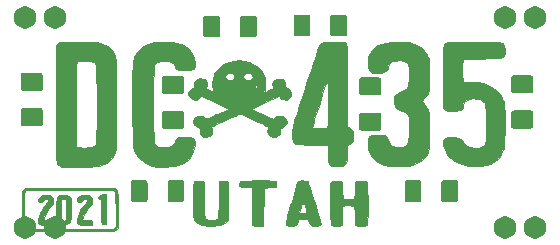
<source format=gbr>
G04 #@! TF.GenerationSoftware,KiCad,Pcbnew,(5.1.5-0-10_14)*
G04 #@! TF.CreationDate,2021-09-26T22:00:01-06:00*
G04 #@! TF.ProjectId,2021DC435,32303231-4443-4343-9335-2e6b69636164,rev?*
G04 #@! TF.SameCoordinates,Original*
G04 #@! TF.FileFunction,Soldermask,Bot*
G04 #@! TF.FilePolarity,Negative*
%FSLAX46Y46*%
G04 Gerber Fmt 4.6, Leading zero omitted, Abs format (unit mm)*
G04 Created by KiCad (PCBNEW (5.1.5-0-10_14)) date 2021-09-26 22:00:01*
%MOMM*%
%LPD*%
G04 APERTURE LIST*
%ADD10C,0.010000*%
%ADD11C,0.100000*%
G04 APERTURE END LIST*
D10*
G36*
X109443411Y-96326278D02*
G01*
X109592507Y-96394554D01*
X109695573Y-96506315D01*
X109751413Y-96622094D01*
X109791598Y-96800198D01*
X109764047Y-96965112D01*
X109662748Y-97137362D01*
X109567889Y-97248658D01*
X109329220Y-97536000D01*
X109153821Y-97821290D01*
X109052407Y-98049673D01*
X108984874Y-98231236D01*
X108958567Y-98347521D01*
X108984512Y-98413070D01*
X109073737Y-98442425D01*
X109237270Y-98450131D01*
X109356278Y-98450409D01*
X109553702Y-98455526D01*
X109701709Y-98469465D01*
X109780047Y-98490113D01*
X109785865Y-98495265D01*
X109798706Y-98564024D01*
X109788901Y-98672590D01*
X109786121Y-98686676D01*
X109755305Y-98833231D01*
X109164589Y-98826845D01*
X108919714Y-98823681D01*
X108752639Y-98818460D01*
X108646747Y-98808206D01*
X108585421Y-98789942D01*
X108552043Y-98760694D01*
X108529996Y-98717485D01*
X108528014Y-98712845D01*
X108504527Y-98576568D01*
X108517694Y-98385362D01*
X108562697Y-98159985D01*
X108634717Y-97921194D01*
X108728935Y-97689743D01*
X108795543Y-97560512D01*
X108884041Y-97426895D01*
X109009100Y-97265000D01*
X109144132Y-97109184D01*
X109148247Y-97104760D01*
X109281940Y-96950556D01*
X109350667Y-96842125D01*
X109360508Y-96769751D01*
X109359624Y-96767075D01*
X109291237Y-96685414D01*
X109183418Y-96660357D01*
X109063905Y-96689297D01*
X108960436Y-96769625D01*
X108934494Y-96807042D01*
X108859541Y-96892790D01*
X108749550Y-96917288D01*
X108721753Y-96916867D01*
X108588865Y-96890928D01*
X108526015Y-96818763D01*
X108526455Y-96690484D01*
X108536438Y-96645385D01*
X108613482Y-96489373D01*
X108743930Y-96367593D01*
X108902008Y-96301865D01*
X108948593Y-96296437D01*
X109233650Y-96295551D01*
X109443411Y-96326278D01*
G37*
X109443411Y-96326278D02*
X109592507Y-96394554D01*
X109695573Y-96506315D01*
X109751413Y-96622094D01*
X109791598Y-96800198D01*
X109764047Y-96965112D01*
X109662748Y-97137362D01*
X109567889Y-97248658D01*
X109329220Y-97536000D01*
X109153821Y-97821290D01*
X109052407Y-98049673D01*
X108984874Y-98231236D01*
X108958567Y-98347521D01*
X108984512Y-98413070D01*
X109073737Y-98442425D01*
X109237270Y-98450131D01*
X109356278Y-98450409D01*
X109553702Y-98455526D01*
X109701709Y-98469465D01*
X109780047Y-98490113D01*
X109785865Y-98495265D01*
X109798706Y-98564024D01*
X109788901Y-98672590D01*
X109786121Y-98686676D01*
X109755305Y-98833231D01*
X109164589Y-98826845D01*
X108919714Y-98823681D01*
X108752639Y-98818460D01*
X108646747Y-98808206D01*
X108585421Y-98789942D01*
X108552043Y-98760694D01*
X108529996Y-98717485D01*
X108528014Y-98712845D01*
X108504527Y-98576568D01*
X108517694Y-98385362D01*
X108562697Y-98159985D01*
X108634717Y-97921194D01*
X108728935Y-97689743D01*
X108795543Y-97560512D01*
X108884041Y-97426895D01*
X109009100Y-97265000D01*
X109144132Y-97109184D01*
X109148247Y-97104760D01*
X109281940Y-96950556D01*
X109350667Y-96842125D01*
X109360508Y-96769751D01*
X109359624Y-96767075D01*
X109291237Y-96685414D01*
X109183418Y-96660357D01*
X109063905Y-96689297D01*
X108960436Y-96769625D01*
X108934494Y-96807042D01*
X108859541Y-96892790D01*
X108749550Y-96917288D01*
X108721753Y-96916867D01*
X108588865Y-96890928D01*
X108526015Y-96818763D01*
X108526455Y-96690484D01*
X108536438Y-96645385D01*
X108613482Y-96489373D01*
X108743930Y-96367593D01*
X108902008Y-96301865D01*
X108948593Y-96296437D01*
X109233650Y-96295551D01*
X109443411Y-96326278D01*
G36*
X108631180Y-95710263D02*
G01*
X109280203Y-95711449D01*
X109842532Y-95713486D01*
X110322033Y-95716422D01*
X110722567Y-95720308D01*
X111047999Y-95725193D01*
X111302192Y-95731125D01*
X111489010Y-95738154D01*
X111612315Y-95746329D01*
X111675973Y-95755699D01*
X111682919Y-95758186D01*
X111749820Y-95790476D01*
X111804509Y-95822757D01*
X111848226Y-95863315D01*
X111882209Y-95920437D01*
X111907697Y-96002408D01*
X111925928Y-96117515D01*
X111938142Y-96274045D01*
X111945577Y-96480284D01*
X111949472Y-96744517D01*
X111951065Y-97075032D01*
X111951595Y-97480115D01*
X111951668Y-97555988D01*
X111953238Y-99128299D01*
X111677230Y-99374555D01*
X104108800Y-99374555D01*
X103832792Y-99128299D01*
X103832792Y-97589562D01*
X103832919Y-97548798D01*
X104021640Y-97548798D01*
X104021640Y-98999280D01*
X104137524Y-99102672D01*
X104253407Y-99206064D01*
X111545852Y-99206064D01*
X111655121Y-99114476D01*
X111764391Y-99022888D01*
X111764391Y-97560602D01*
X111764133Y-97169591D01*
X111763021Y-96854004D01*
X111760545Y-96605021D01*
X111756195Y-96413821D01*
X111749460Y-96271583D01*
X111739832Y-96169488D01*
X111726801Y-96098714D01*
X111709857Y-96050441D01*
X111688490Y-96015849D01*
X111674138Y-95998874D01*
X111583886Y-95899431D01*
X104202145Y-95899431D01*
X104111892Y-95998874D01*
X104087687Y-96029738D01*
X104068232Y-96069288D01*
X104053011Y-96126384D01*
X104041508Y-96209887D01*
X104033206Y-96328659D01*
X104027591Y-96491559D01*
X104024146Y-96707451D01*
X104022354Y-96985194D01*
X104021701Y-97333649D01*
X104021640Y-97548798D01*
X103832919Y-97548798D01*
X103834282Y-97113024D01*
X103838734Y-96716511D01*
X103846120Y-96400875D01*
X103856416Y-96166968D01*
X103869593Y-96015642D01*
X103884027Y-95950497D01*
X103961881Y-95856671D01*
X104068356Y-95780024D01*
X104099155Y-95767069D01*
X104143254Y-95755799D01*
X104206971Y-95746099D01*
X104296624Y-95737854D01*
X104418532Y-95730947D01*
X104579012Y-95725262D01*
X104784384Y-95720684D01*
X105040966Y-95717097D01*
X105355076Y-95714384D01*
X105733032Y-95712429D01*
X106181152Y-95711118D01*
X106705755Y-95710333D01*
X107313160Y-95709960D01*
X107891601Y-95709879D01*
X108631180Y-95710263D01*
G37*
X108631180Y-95710263D02*
X109280203Y-95711449D01*
X109842532Y-95713486D01*
X110322033Y-95716422D01*
X110722567Y-95720308D01*
X111047999Y-95725193D01*
X111302192Y-95731125D01*
X111489010Y-95738154D01*
X111612315Y-95746329D01*
X111675973Y-95755699D01*
X111682919Y-95758186D01*
X111749820Y-95790476D01*
X111804509Y-95822757D01*
X111848226Y-95863315D01*
X111882209Y-95920437D01*
X111907697Y-96002408D01*
X111925928Y-96117515D01*
X111938142Y-96274045D01*
X111945577Y-96480284D01*
X111949472Y-96744517D01*
X111951065Y-97075032D01*
X111951595Y-97480115D01*
X111951668Y-97555988D01*
X111953238Y-99128299D01*
X111677230Y-99374555D01*
X104108800Y-99374555D01*
X103832792Y-99128299D01*
X103832792Y-97589562D01*
X103832919Y-97548798D01*
X104021640Y-97548798D01*
X104021640Y-98999280D01*
X104137524Y-99102672D01*
X104253407Y-99206064D01*
X111545852Y-99206064D01*
X111655121Y-99114476D01*
X111764391Y-99022888D01*
X111764391Y-97560602D01*
X111764133Y-97169591D01*
X111763021Y-96854004D01*
X111760545Y-96605021D01*
X111756195Y-96413821D01*
X111749460Y-96271583D01*
X111739832Y-96169488D01*
X111726801Y-96098714D01*
X111709857Y-96050441D01*
X111688490Y-96015849D01*
X111674138Y-95998874D01*
X111583886Y-95899431D01*
X104202145Y-95899431D01*
X104111892Y-95998874D01*
X104087687Y-96029738D01*
X104068232Y-96069288D01*
X104053011Y-96126384D01*
X104041508Y-96209887D01*
X104033206Y-96328659D01*
X104027591Y-96491559D01*
X104024146Y-96707451D01*
X104022354Y-96985194D01*
X104021701Y-97333649D01*
X104021640Y-97548798D01*
X103832919Y-97548798D01*
X103834282Y-97113024D01*
X103838734Y-96716511D01*
X103846120Y-96400875D01*
X103856416Y-96166968D01*
X103869593Y-96015642D01*
X103884027Y-95950497D01*
X103961881Y-95856671D01*
X104068356Y-95780024D01*
X104099155Y-95767069D01*
X104143254Y-95755799D01*
X104206971Y-95746099D01*
X104296624Y-95737854D01*
X104418532Y-95730947D01*
X104579012Y-95725262D01*
X104784384Y-95720684D01*
X105040966Y-95717097D01*
X105355076Y-95714384D01*
X105733032Y-95712429D01*
X106181152Y-95711118D01*
X106705755Y-95710333D01*
X107313160Y-95709960D01*
X107891601Y-95709879D01*
X108631180Y-95710263D01*
G36*
X121152651Y-95093947D02*
G01*
X121210356Y-95120475D01*
X121253583Y-95173520D01*
X121284405Y-95260640D01*
X121304894Y-95389392D01*
X121317124Y-95567336D01*
X121323167Y-95802028D01*
X121325096Y-96101027D01*
X121324985Y-96471890D01*
X121324800Y-96749062D01*
X121324449Y-97156256D01*
X121323114Y-97487872D01*
X121320371Y-97752572D01*
X121315795Y-97959023D01*
X121308961Y-98115888D01*
X121299447Y-98231832D01*
X121286826Y-98315519D01*
X121270675Y-98375615D01*
X121250570Y-98420784D01*
X121242229Y-98435147D01*
X121078641Y-98616593D01*
X120837472Y-98760452D01*
X120596249Y-98843966D01*
X120397004Y-98878751D01*
X120136007Y-98900177D01*
X119844775Y-98908037D01*
X119554822Y-98902121D01*
X119297663Y-98882219D01*
X119126587Y-98853716D01*
X118817478Y-98750516D01*
X118589238Y-98607529D01*
X118437568Y-98421341D01*
X118372433Y-98255043D01*
X118362593Y-98174143D01*
X118354162Y-98020177D01*
X118347366Y-97804316D01*
X118342428Y-97537734D01*
X118339574Y-97231601D01*
X118339028Y-96897092D01*
X118340159Y-96649197D01*
X118343867Y-96240696D01*
X118348797Y-95909401D01*
X118355285Y-95648280D01*
X118363668Y-95450298D01*
X118374282Y-95308419D01*
X118387467Y-95215611D01*
X118403557Y-95164839D01*
X118411826Y-95153841D01*
X118500519Y-95120858D01*
X118668359Y-95102391D01*
X118805130Y-95099099D01*
X118989824Y-95103207D01*
X119104642Y-95118844D01*
X119173849Y-95150985D01*
X119204070Y-95180865D01*
X119222493Y-95216810D01*
X119237357Y-95280381D01*
X119249004Y-95379553D01*
X119257782Y-95522304D01*
X119264033Y-95716610D01*
X119268102Y-95970449D01*
X119270336Y-96291796D01*
X119271077Y-96688629D01*
X119271082Y-96731644D01*
X119272405Y-97122721D01*
X119276229Y-97469157D01*
X119282333Y-97763630D01*
X119290501Y-97998816D01*
X119300511Y-98167391D01*
X119312147Y-98262034D01*
X119317298Y-98277703D01*
X119419874Y-98368554D01*
X119581031Y-98424069D01*
X119777214Y-98445954D01*
X119984871Y-98435916D01*
X120180447Y-98395661D01*
X120340390Y-98326896D01*
X120441147Y-98231328D01*
X120457116Y-98195119D01*
X120464798Y-98129153D01*
X120472090Y-97989458D01*
X120478748Y-97786551D01*
X120484523Y-97530947D01*
X120489169Y-97233163D01*
X120492439Y-96903715D01*
X120493885Y-96628534D01*
X120496725Y-96185914D01*
X120502111Y-95818766D01*
X120509980Y-95528852D01*
X120520269Y-95317936D01*
X120532915Y-95187780D01*
X120547279Y-95140408D01*
X120618178Y-95123312D01*
X120750805Y-95107034D01*
X120871937Y-95097887D01*
X120985514Y-95090211D01*
X121078395Y-95086379D01*
X121152651Y-95093947D01*
G37*
X121152651Y-95093947D02*
X121210356Y-95120475D01*
X121253583Y-95173520D01*
X121284405Y-95260640D01*
X121304894Y-95389392D01*
X121317124Y-95567336D01*
X121323167Y-95802028D01*
X121325096Y-96101027D01*
X121324985Y-96471890D01*
X121324800Y-96749062D01*
X121324449Y-97156256D01*
X121323114Y-97487872D01*
X121320371Y-97752572D01*
X121315795Y-97959023D01*
X121308961Y-98115888D01*
X121299447Y-98231832D01*
X121286826Y-98315519D01*
X121270675Y-98375615D01*
X121250570Y-98420784D01*
X121242229Y-98435147D01*
X121078641Y-98616593D01*
X120837472Y-98760452D01*
X120596249Y-98843966D01*
X120397004Y-98878751D01*
X120136007Y-98900177D01*
X119844775Y-98908037D01*
X119554822Y-98902121D01*
X119297663Y-98882219D01*
X119126587Y-98853716D01*
X118817478Y-98750516D01*
X118589238Y-98607529D01*
X118437568Y-98421341D01*
X118372433Y-98255043D01*
X118362593Y-98174143D01*
X118354162Y-98020177D01*
X118347366Y-97804316D01*
X118342428Y-97537734D01*
X118339574Y-97231601D01*
X118339028Y-96897092D01*
X118340159Y-96649197D01*
X118343867Y-96240696D01*
X118348797Y-95909401D01*
X118355285Y-95648280D01*
X118363668Y-95450298D01*
X118374282Y-95308419D01*
X118387467Y-95215611D01*
X118403557Y-95164839D01*
X118411826Y-95153841D01*
X118500519Y-95120858D01*
X118668359Y-95102391D01*
X118805130Y-95099099D01*
X118989824Y-95103207D01*
X119104642Y-95118844D01*
X119173849Y-95150985D01*
X119204070Y-95180865D01*
X119222493Y-95216810D01*
X119237357Y-95280381D01*
X119249004Y-95379553D01*
X119257782Y-95522304D01*
X119264033Y-95716610D01*
X119268102Y-95970449D01*
X119270336Y-96291796D01*
X119271077Y-96688629D01*
X119271082Y-96731644D01*
X119272405Y-97122721D01*
X119276229Y-97469157D01*
X119282333Y-97763630D01*
X119290501Y-97998816D01*
X119300511Y-98167391D01*
X119312147Y-98262034D01*
X119317298Y-98277703D01*
X119419874Y-98368554D01*
X119581031Y-98424069D01*
X119777214Y-98445954D01*
X119984871Y-98435916D01*
X120180447Y-98395661D01*
X120340390Y-98326896D01*
X120441147Y-98231328D01*
X120457116Y-98195119D01*
X120464798Y-98129153D01*
X120472090Y-97989458D01*
X120478748Y-97786551D01*
X120484523Y-97530947D01*
X120489169Y-97233163D01*
X120492439Y-96903715D01*
X120493885Y-96628534D01*
X120496725Y-96185914D01*
X120502111Y-95818766D01*
X120509980Y-95528852D01*
X120520269Y-95317936D01*
X120532915Y-95187780D01*
X120547279Y-95140408D01*
X120618178Y-95123312D01*
X120750805Y-95107034D01*
X120871937Y-95097887D01*
X120985514Y-95090211D01*
X121078395Y-95086379D01*
X121152651Y-95093947D01*
G36*
X124392350Y-95083160D02*
G01*
X124676355Y-95085580D01*
X124916590Y-95089639D01*
X125097702Y-95095399D01*
X125204335Y-95102919D01*
X125213880Y-95104365D01*
X125296256Y-95123121D01*
X125340309Y-95156560D01*
X125358029Y-95226933D01*
X125361406Y-95356489D01*
X125361417Y-95378162D01*
X125359584Y-95511020D01*
X125354833Y-95602958D01*
X125349614Y-95630992D01*
X125300675Y-95635381D01*
X125177047Y-95643174D01*
X124998327Y-95653206D01*
X124818480Y-95662584D01*
X124299149Y-95688817D01*
X124274421Y-98911205D01*
X123834338Y-98911205D01*
X123639024Y-98908370D01*
X123480886Y-98900766D01*
X123382644Y-98889746D01*
X123362780Y-98883124D01*
X123355715Y-98836069D01*
X123349203Y-98714155D01*
X123343427Y-98526766D01*
X123338568Y-98283287D01*
X123334810Y-97993104D01*
X123332333Y-97665601D01*
X123331320Y-97310163D01*
X123331305Y-97261399D01*
X123331305Y-95667756D01*
X122909472Y-95667756D01*
X122703708Y-95663127D01*
X122521033Y-95650787D01*
X122391675Y-95633062D01*
X122364060Y-95625836D01*
X122291919Y-95593927D01*
X122257537Y-95545345D01*
X122250248Y-95454562D01*
X122254760Y-95364281D01*
X122268761Y-95232482D01*
X122297204Y-95160862D01*
X122352883Y-95125365D01*
X122387067Y-95115541D01*
X122468489Y-95107029D01*
X122628973Y-95099672D01*
X122853164Y-95093530D01*
X123125709Y-95088662D01*
X123431255Y-95085131D01*
X123754446Y-95082996D01*
X124079929Y-95082319D01*
X124392350Y-95083160D01*
G37*
X124392350Y-95083160D02*
X124676355Y-95085580D01*
X124916590Y-95089639D01*
X125097702Y-95095399D01*
X125204335Y-95102919D01*
X125213880Y-95104365D01*
X125296256Y-95123121D01*
X125340309Y-95156560D01*
X125358029Y-95226933D01*
X125361406Y-95356489D01*
X125361417Y-95378162D01*
X125359584Y-95511020D01*
X125354833Y-95602958D01*
X125349614Y-95630992D01*
X125300675Y-95635381D01*
X125177047Y-95643174D01*
X124998327Y-95653206D01*
X124818480Y-95662584D01*
X124299149Y-95688817D01*
X124274421Y-98911205D01*
X123834338Y-98911205D01*
X123639024Y-98908370D01*
X123480886Y-98900766D01*
X123382644Y-98889746D01*
X123362780Y-98883124D01*
X123355715Y-98836069D01*
X123349203Y-98714155D01*
X123343427Y-98526766D01*
X123338568Y-98283287D01*
X123334810Y-97993104D01*
X123332333Y-97665601D01*
X123331320Y-97310163D01*
X123331305Y-97261399D01*
X123331305Y-95667756D01*
X122909472Y-95667756D01*
X122703708Y-95663127D01*
X122521033Y-95650787D01*
X122391675Y-95633062D01*
X122364060Y-95625836D01*
X122291919Y-95593927D01*
X122257537Y-95545345D01*
X122250248Y-95454562D01*
X122254760Y-95364281D01*
X122268761Y-95232482D01*
X122297204Y-95160862D01*
X122352883Y-95125365D01*
X122387067Y-95115541D01*
X122468489Y-95107029D01*
X122628973Y-95099672D01*
X122853164Y-95093530D01*
X123125709Y-95088662D01*
X123431255Y-95085131D01*
X123754446Y-95082996D01*
X124079929Y-95082319D01*
X124392350Y-95083160D01*
G36*
X127744175Y-95089948D02*
G01*
X127911585Y-95118528D01*
X128024281Y-95162547D01*
X128035693Y-95171363D01*
X128057310Y-95219351D01*
X128099942Y-95338544D01*
X128160436Y-95518710D01*
X128235638Y-95749615D01*
X128322395Y-96021025D01*
X128417553Y-96322707D01*
X128517960Y-96644428D01*
X128620461Y-96975954D01*
X128721903Y-97307053D01*
X128819132Y-97627489D01*
X128908996Y-97927032D01*
X128988340Y-98195445D01*
X129054012Y-98422498D01*
X129102858Y-98597955D01*
X129131724Y-98711584D01*
X129138369Y-98749704D01*
X129108692Y-98799435D01*
X129064178Y-98845013D01*
X128986852Y-98883636D01*
X128851336Y-98904781D01*
X128640360Y-98911205D01*
X128428415Y-98903168D01*
X128289780Y-98869949D01*
X128204228Y-98797887D01*
X128151531Y-98673322D01*
X128126580Y-98564205D01*
X128084782Y-98444716D01*
X128004558Y-98370497D01*
X127868098Y-98332453D01*
X127657593Y-98321493D01*
X127651194Y-98321487D01*
X127438599Y-98331884D01*
X127300496Y-98369135D01*
X127219076Y-98442334D01*
X127176531Y-98560574D01*
X127175807Y-98564205D01*
X127134610Y-98725182D01*
X127074301Y-98827392D01*
X126975045Y-98883789D01*
X126817011Y-98907325D01*
X126644492Y-98911205D01*
X126437705Y-98904516D01*
X126289232Y-98885937D01*
X126220673Y-98860658D01*
X126172139Y-98777399D01*
X126164019Y-98727851D01*
X126175542Y-98668742D01*
X126208089Y-98538777D01*
X126258624Y-98348564D01*
X126324114Y-98108709D01*
X126401522Y-97829823D01*
X126405399Y-97816015D01*
X127331164Y-97816015D01*
X127621012Y-97816015D01*
X127780464Y-97813669D01*
X127867364Y-97801695D01*
X127903549Y-97772689D01*
X127910858Y-97719245D01*
X127910859Y-97717733D01*
X127899139Y-97586707D01*
X127868886Y-97432052D01*
X127827465Y-97280759D01*
X127782240Y-97159817D01*
X127741455Y-97096846D01*
X127649066Y-97070683D01*
X127584111Y-97077809D01*
X127499034Y-97144514D01*
X127429261Y-97292584D01*
X127374456Y-97522827D01*
X127359746Y-97615932D01*
X127331164Y-97816015D01*
X126405399Y-97816015D01*
X126487816Y-97522512D01*
X126579960Y-97197386D01*
X126674919Y-96865052D01*
X126769660Y-96536118D01*
X126861146Y-96221194D01*
X126946344Y-95930886D01*
X127022220Y-95675803D01*
X127085737Y-95466554D01*
X127133863Y-95313746D01*
X127163561Y-95227989D01*
X127168306Y-95217151D01*
X127262141Y-95130778D01*
X127378093Y-95094618D01*
X127555271Y-95080686D01*
X127744175Y-95089948D01*
G37*
X127744175Y-95089948D02*
X127911585Y-95118528D01*
X128024281Y-95162547D01*
X128035693Y-95171363D01*
X128057310Y-95219351D01*
X128099942Y-95338544D01*
X128160436Y-95518710D01*
X128235638Y-95749615D01*
X128322395Y-96021025D01*
X128417553Y-96322707D01*
X128517960Y-96644428D01*
X128620461Y-96975954D01*
X128721903Y-97307053D01*
X128819132Y-97627489D01*
X128908996Y-97927032D01*
X128988340Y-98195445D01*
X129054012Y-98422498D01*
X129102858Y-98597955D01*
X129131724Y-98711584D01*
X129138369Y-98749704D01*
X129108692Y-98799435D01*
X129064178Y-98845013D01*
X128986852Y-98883636D01*
X128851336Y-98904781D01*
X128640360Y-98911205D01*
X128428415Y-98903168D01*
X128289780Y-98869949D01*
X128204228Y-98797887D01*
X128151531Y-98673322D01*
X128126580Y-98564205D01*
X128084782Y-98444716D01*
X128004558Y-98370497D01*
X127868098Y-98332453D01*
X127657593Y-98321493D01*
X127651194Y-98321487D01*
X127438599Y-98331884D01*
X127300496Y-98369135D01*
X127219076Y-98442334D01*
X127176531Y-98560574D01*
X127175807Y-98564205D01*
X127134610Y-98725182D01*
X127074301Y-98827392D01*
X126975045Y-98883789D01*
X126817011Y-98907325D01*
X126644492Y-98911205D01*
X126437705Y-98904516D01*
X126289232Y-98885937D01*
X126220673Y-98860658D01*
X126172139Y-98777399D01*
X126164019Y-98727851D01*
X126175542Y-98668742D01*
X126208089Y-98538777D01*
X126258624Y-98348564D01*
X126324114Y-98108709D01*
X126401522Y-97829823D01*
X126405399Y-97816015D01*
X127331164Y-97816015D01*
X127621012Y-97816015D01*
X127780464Y-97813669D01*
X127867364Y-97801695D01*
X127903549Y-97772689D01*
X127910858Y-97719245D01*
X127910859Y-97717733D01*
X127899139Y-97586707D01*
X127868886Y-97432052D01*
X127827465Y-97280759D01*
X127782240Y-97159817D01*
X127741455Y-97096846D01*
X127649066Y-97070683D01*
X127584111Y-97077809D01*
X127499034Y-97144514D01*
X127429261Y-97292584D01*
X127374456Y-97522827D01*
X127359746Y-97615932D01*
X127331164Y-97816015D01*
X126405399Y-97816015D01*
X126487816Y-97522512D01*
X126579960Y-97197386D01*
X126674919Y-96865052D01*
X126769660Y-96536118D01*
X126861146Y-96221194D01*
X126946344Y-95930886D01*
X127022220Y-95675803D01*
X127085737Y-95466554D01*
X127133863Y-95313746D01*
X127163561Y-95227989D01*
X127168306Y-95217151D01*
X127262141Y-95130778D01*
X127378093Y-95094618D01*
X127555271Y-95080686D01*
X127744175Y-95089948D01*
G36*
X130656034Y-95088529D02*
G01*
X130782264Y-95101592D01*
X130870481Y-95137517D01*
X130927493Y-95207383D01*
X130960113Y-95322269D01*
X130975149Y-95493254D01*
X130979412Y-95731418D01*
X130979632Y-95891977D01*
X130982558Y-96187513D01*
X130991594Y-96403996D01*
X131007128Y-96546464D01*
X131029547Y-96619956D01*
X131036287Y-96628154D01*
X131107240Y-96650591D01*
X131244810Y-96666802D01*
X131421405Y-96676281D01*
X131609437Y-96678522D01*
X131781314Y-96673019D01*
X131909448Y-96659269D01*
X131957376Y-96645028D01*
X131981105Y-96600694D01*
X131998846Y-96494061D01*
X132011130Y-96318917D01*
X132018489Y-96069056D01*
X132020550Y-95907065D01*
X132023663Y-95623544D01*
X132032544Y-95413468D01*
X132054854Y-95266053D01*
X132098253Y-95170515D01*
X132170403Y-95116070D01*
X132278963Y-95091935D01*
X132431595Y-95087325D01*
X132600498Y-95090676D01*
X132797147Y-95098758D01*
X132921892Y-95115155D01*
X132997164Y-95144499D01*
X133037208Y-95180865D01*
X133053661Y-95242123D01*
X133068084Y-95376088D01*
X133080449Y-95571999D01*
X133090723Y-95819095D01*
X133098878Y-96106614D01*
X133104883Y-96423797D01*
X133108707Y-96759881D01*
X133110322Y-97104106D01*
X133109696Y-97445711D01*
X133106800Y-97773935D01*
X133101603Y-98078016D01*
X133094075Y-98347194D01*
X133084187Y-98570708D01*
X133071907Y-98737797D01*
X133057206Y-98837699D01*
X133047514Y-98860658D01*
X132972970Y-98886322D01*
X132833941Y-98903356D01*
X132656469Y-98911817D01*
X132466595Y-98911763D01*
X132290359Y-98903249D01*
X132153803Y-98886333D01*
X132082967Y-98861072D01*
X132080818Y-98858552D01*
X132062885Y-98832998D01*
X132049731Y-98805928D01*
X132040484Y-98764827D01*
X132034269Y-98697183D01*
X132030213Y-98590481D01*
X132027443Y-98432208D01*
X132025085Y-98209852D01*
X132023473Y-98037159D01*
X132018724Y-97798238D01*
X132009802Y-97586278D01*
X131997726Y-97416724D01*
X131983519Y-97305025D01*
X131972722Y-97269344D01*
X131902595Y-97234174D01*
X131766071Y-97207861D01*
X131590818Y-97191934D01*
X131404503Y-97187920D01*
X131234797Y-97197344D01*
X131109465Y-97221701D01*
X130979632Y-97266334D01*
X130979632Y-98038223D01*
X130977236Y-98349146D01*
X130969784Y-98581620D01*
X130956886Y-98741336D01*
X130938149Y-98833987D01*
X130922978Y-98860658D01*
X130848910Y-98885108D01*
X130709262Y-98901522D01*
X130532479Y-98909599D01*
X130347005Y-98909041D01*
X130181286Y-98899548D01*
X130063766Y-98880820D01*
X130035395Y-98870001D01*
X130017380Y-98850146D01*
X130002390Y-98807752D01*
X129990061Y-98735346D01*
X129980026Y-98625458D01*
X129971921Y-98470617D01*
X129965380Y-98263350D01*
X129960038Y-97996188D01*
X129955530Y-97661659D01*
X129951490Y-97252292D01*
X129950475Y-97133084D01*
X129948035Y-96757995D01*
X129947033Y-96405181D01*
X129947402Y-96084460D01*
X129949074Y-95805648D01*
X129951982Y-95578563D01*
X129956058Y-95413023D01*
X129961235Y-95318846D01*
X129963063Y-95305624D01*
X130008309Y-95201356D01*
X130102617Y-95134240D01*
X130260476Y-95098212D01*
X130484980Y-95087247D01*
X130656034Y-95088529D01*
G37*
X130656034Y-95088529D02*
X130782264Y-95101592D01*
X130870481Y-95137517D01*
X130927493Y-95207383D01*
X130960113Y-95322269D01*
X130975149Y-95493254D01*
X130979412Y-95731418D01*
X130979632Y-95891977D01*
X130982558Y-96187513D01*
X130991594Y-96403996D01*
X131007128Y-96546464D01*
X131029547Y-96619956D01*
X131036287Y-96628154D01*
X131107240Y-96650591D01*
X131244810Y-96666802D01*
X131421405Y-96676281D01*
X131609437Y-96678522D01*
X131781314Y-96673019D01*
X131909448Y-96659269D01*
X131957376Y-96645028D01*
X131981105Y-96600694D01*
X131998846Y-96494061D01*
X132011130Y-96318917D01*
X132018489Y-96069056D01*
X132020550Y-95907065D01*
X132023663Y-95623544D01*
X132032544Y-95413468D01*
X132054854Y-95266053D01*
X132098253Y-95170515D01*
X132170403Y-95116070D01*
X132278963Y-95091935D01*
X132431595Y-95087325D01*
X132600498Y-95090676D01*
X132797147Y-95098758D01*
X132921892Y-95115155D01*
X132997164Y-95144499D01*
X133037208Y-95180865D01*
X133053661Y-95242123D01*
X133068084Y-95376088D01*
X133080449Y-95571999D01*
X133090723Y-95819095D01*
X133098878Y-96106614D01*
X133104883Y-96423797D01*
X133108707Y-96759881D01*
X133110322Y-97104106D01*
X133109696Y-97445711D01*
X133106800Y-97773935D01*
X133101603Y-98078016D01*
X133094075Y-98347194D01*
X133084187Y-98570708D01*
X133071907Y-98737797D01*
X133057206Y-98837699D01*
X133047514Y-98860658D01*
X132972970Y-98886322D01*
X132833941Y-98903356D01*
X132656469Y-98911817D01*
X132466595Y-98911763D01*
X132290359Y-98903249D01*
X132153803Y-98886333D01*
X132082967Y-98861072D01*
X132080818Y-98858552D01*
X132062885Y-98832998D01*
X132049731Y-98805928D01*
X132040484Y-98764827D01*
X132034269Y-98697183D01*
X132030213Y-98590481D01*
X132027443Y-98432208D01*
X132025085Y-98209852D01*
X132023473Y-98037159D01*
X132018724Y-97798238D01*
X132009802Y-97586278D01*
X131997726Y-97416724D01*
X131983519Y-97305025D01*
X131972722Y-97269344D01*
X131902595Y-97234174D01*
X131766071Y-97207861D01*
X131590818Y-97191934D01*
X131404503Y-97187920D01*
X131234797Y-97197344D01*
X131109465Y-97221701D01*
X130979632Y-97266334D01*
X130979632Y-98038223D01*
X130977236Y-98349146D01*
X130969784Y-98581620D01*
X130956886Y-98741336D01*
X130938149Y-98833987D01*
X130922978Y-98860658D01*
X130848910Y-98885108D01*
X130709262Y-98901522D01*
X130532479Y-98909599D01*
X130347005Y-98909041D01*
X130181286Y-98899548D01*
X130063766Y-98880820D01*
X130035395Y-98870001D01*
X130017380Y-98850146D01*
X130002390Y-98807752D01*
X129990061Y-98735346D01*
X129980026Y-98625458D01*
X129971921Y-98470617D01*
X129965380Y-98263350D01*
X129960038Y-97996188D01*
X129955530Y-97661659D01*
X129951490Y-97252292D01*
X129950475Y-97133084D01*
X129948035Y-96757995D01*
X129947033Y-96405181D01*
X129947402Y-96084460D01*
X129949074Y-95805648D01*
X129951982Y-95578563D01*
X129956058Y-95413023D01*
X129961235Y-95318846D01*
X129963063Y-95305624D01*
X130008309Y-95201356D01*
X130102617Y-95134240D01*
X130260476Y-95098212D01*
X130484980Y-95087247D01*
X130656034Y-95088529D01*
G36*
X108991813Y-83347108D02*
G01*
X109339165Y-83348231D01*
X109615311Y-83350805D01*
X109831860Y-83355402D01*
X110000419Y-83362596D01*
X110132597Y-83372959D01*
X110240003Y-83387067D01*
X110334246Y-83405491D01*
X110426933Y-83428805D01*
X110471812Y-83441208D01*
X110874959Y-83592650D01*
X111212291Y-83800766D01*
X111479584Y-84062135D01*
X111672613Y-84373332D01*
X111699965Y-84436386D01*
X111715024Y-84476829D01*
X111728298Y-84523143D01*
X111739917Y-84580696D01*
X111750013Y-84654856D01*
X111758715Y-84750991D01*
X111766154Y-84874471D01*
X111772462Y-85030663D01*
X111777769Y-85224935D01*
X111782205Y-85462656D01*
X111785901Y-85749195D01*
X111788988Y-86089919D01*
X111791596Y-86490197D01*
X111793857Y-86955398D01*
X111795900Y-87490889D01*
X111797857Y-88102039D01*
X111799043Y-88506894D01*
X111800762Y-89195208D01*
X111801697Y-89804017D01*
X111801788Y-90338054D01*
X111800978Y-90802058D01*
X111799205Y-91200763D01*
X111796412Y-91538907D01*
X111792539Y-91821225D01*
X111787527Y-92052453D01*
X111781316Y-92237329D01*
X111773848Y-92380587D01*
X111765063Y-92486965D01*
X111754902Y-92561198D01*
X111747982Y-92592797D01*
X111607246Y-92955542D01*
X111394408Y-93263990D01*
X111110120Y-93517549D01*
X110755036Y-93715624D01*
X110371640Y-93846967D01*
X110270474Y-93866670D01*
X110124991Y-93883046D01*
X109926015Y-93896532D01*
X109664372Y-93907567D01*
X109330887Y-93916588D01*
X108916385Y-93924036D01*
X108695618Y-93927058D01*
X108284930Y-93931902D01*
X107957625Y-93934636D01*
X107702681Y-93934864D01*
X107509076Y-93932187D01*
X107365788Y-93926210D01*
X107261797Y-93916534D01*
X107186080Y-93902763D01*
X107127615Y-93884500D01*
X107092019Y-93869280D01*
X106956634Y-93779435D01*
X106842371Y-93660431D01*
X106832354Y-93645865D01*
X106817616Y-93621948D01*
X106804453Y-93594846D01*
X106792762Y-93559869D01*
X106782442Y-93512327D01*
X106773388Y-93447531D01*
X106765499Y-93360792D01*
X106758672Y-93247419D01*
X106752804Y-93102722D01*
X106747793Y-92922013D01*
X106743536Y-92700601D01*
X106739931Y-92433796D01*
X106736874Y-92116909D01*
X106734263Y-91745251D01*
X106731996Y-91314131D01*
X106729970Y-90818859D01*
X106728082Y-90254747D01*
X106726230Y-89617104D01*
X106725403Y-89308438D01*
X108413031Y-89308438D01*
X108413344Y-89855122D01*
X108414100Y-90328357D01*
X108415416Y-90733541D01*
X108417411Y-91076073D01*
X108420205Y-91361350D01*
X108423915Y-91594771D01*
X108428661Y-91781734D01*
X108434560Y-91927637D01*
X108441731Y-92037878D01*
X108450294Y-92117856D01*
X108460365Y-92172968D01*
X108472065Y-92208612D01*
X108485511Y-92230188D01*
X108491074Y-92235794D01*
X108578277Y-92269092D01*
X108736173Y-92290316D01*
X108942102Y-92300046D01*
X109173404Y-92298863D01*
X109407419Y-92287347D01*
X109621488Y-92266078D01*
X109792950Y-92235635D01*
X109893823Y-92199886D01*
X109941633Y-92171948D01*
X109983328Y-92144054D01*
X110019326Y-92110575D01*
X110050042Y-92065880D01*
X110075892Y-92004339D01*
X110097293Y-91920323D01*
X110114661Y-91808202D01*
X110128411Y-91662345D01*
X110138961Y-91477123D01*
X110146726Y-91246906D01*
X110152123Y-90966063D01*
X110155567Y-90628965D01*
X110157475Y-90229982D01*
X110158263Y-89763484D01*
X110158347Y-89223841D01*
X110158149Y-88624084D01*
X110157860Y-88025866D01*
X110157302Y-87506031D01*
X110156323Y-87058714D01*
X110154769Y-86678054D01*
X110152488Y-86358186D01*
X110149325Y-86093248D01*
X110145128Y-85877376D01*
X110139743Y-85704707D01*
X110133018Y-85569378D01*
X110124799Y-85465525D01*
X110114933Y-85387287D01*
X110103266Y-85328799D01*
X110089647Y-85284198D01*
X110073920Y-85247621D01*
X110069708Y-85239173D01*
X110006442Y-85136104D01*
X109927708Y-85062467D01*
X109818057Y-85014010D01*
X109662040Y-84986479D01*
X109444207Y-84975620D01*
X109149112Y-84977181D01*
X109120153Y-84977747D01*
X108875693Y-84983372D01*
X108708568Y-84990605D01*
X108601704Y-85002539D01*
X108538026Y-85022268D01*
X108500460Y-85052886D01*
X108473365Y-85094953D01*
X108462177Y-85132034D01*
X108452364Y-85204283D01*
X108443851Y-85316268D01*
X108436561Y-85472561D01*
X108430416Y-85677728D01*
X108425339Y-85936341D01*
X108421255Y-86252968D01*
X108418086Y-86632179D01*
X108415755Y-87078543D01*
X108414186Y-87596629D01*
X108413301Y-88191007D01*
X108413042Y-88682906D01*
X108413031Y-89308438D01*
X106725403Y-89308438D01*
X106724311Y-88901240D01*
X106723738Y-88682481D01*
X106721903Y-87810872D01*
X106721173Y-87022772D01*
X106721547Y-86318257D01*
X106723025Y-85697403D01*
X106725605Y-85160288D01*
X106729288Y-84706989D01*
X106734072Y-84337581D01*
X106739958Y-84052142D01*
X106746945Y-83850749D01*
X106755031Y-83733477D01*
X106759763Y-83705457D01*
X106815905Y-83571309D01*
X106888933Y-83456185D01*
X106898043Y-83445624D01*
X106987713Y-83346860D01*
X108561646Y-83346860D01*
X108991813Y-83347108D01*
G37*
X108991813Y-83347108D02*
X109339165Y-83348231D01*
X109615311Y-83350805D01*
X109831860Y-83355402D01*
X110000419Y-83362596D01*
X110132597Y-83372959D01*
X110240003Y-83387067D01*
X110334246Y-83405491D01*
X110426933Y-83428805D01*
X110471812Y-83441208D01*
X110874959Y-83592650D01*
X111212291Y-83800766D01*
X111479584Y-84062135D01*
X111672613Y-84373332D01*
X111699965Y-84436386D01*
X111715024Y-84476829D01*
X111728298Y-84523143D01*
X111739917Y-84580696D01*
X111750013Y-84654856D01*
X111758715Y-84750991D01*
X111766154Y-84874471D01*
X111772462Y-85030663D01*
X111777769Y-85224935D01*
X111782205Y-85462656D01*
X111785901Y-85749195D01*
X111788988Y-86089919D01*
X111791596Y-86490197D01*
X111793857Y-86955398D01*
X111795900Y-87490889D01*
X111797857Y-88102039D01*
X111799043Y-88506894D01*
X111800762Y-89195208D01*
X111801697Y-89804017D01*
X111801788Y-90338054D01*
X111800978Y-90802058D01*
X111799205Y-91200763D01*
X111796412Y-91538907D01*
X111792539Y-91821225D01*
X111787527Y-92052453D01*
X111781316Y-92237329D01*
X111773848Y-92380587D01*
X111765063Y-92486965D01*
X111754902Y-92561198D01*
X111747982Y-92592797D01*
X111607246Y-92955542D01*
X111394408Y-93263990D01*
X111110120Y-93517549D01*
X110755036Y-93715624D01*
X110371640Y-93846967D01*
X110270474Y-93866670D01*
X110124991Y-93883046D01*
X109926015Y-93896532D01*
X109664372Y-93907567D01*
X109330887Y-93916588D01*
X108916385Y-93924036D01*
X108695618Y-93927058D01*
X108284930Y-93931902D01*
X107957625Y-93934636D01*
X107702681Y-93934864D01*
X107509076Y-93932187D01*
X107365788Y-93926210D01*
X107261797Y-93916534D01*
X107186080Y-93902763D01*
X107127615Y-93884500D01*
X107092019Y-93869280D01*
X106956634Y-93779435D01*
X106842371Y-93660431D01*
X106832354Y-93645865D01*
X106817616Y-93621948D01*
X106804453Y-93594846D01*
X106792762Y-93559869D01*
X106782442Y-93512327D01*
X106773388Y-93447531D01*
X106765499Y-93360792D01*
X106758672Y-93247419D01*
X106752804Y-93102722D01*
X106747793Y-92922013D01*
X106743536Y-92700601D01*
X106739931Y-92433796D01*
X106736874Y-92116909D01*
X106734263Y-91745251D01*
X106731996Y-91314131D01*
X106729970Y-90818859D01*
X106728082Y-90254747D01*
X106726230Y-89617104D01*
X106725403Y-89308438D01*
X108413031Y-89308438D01*
X108413344Y-89855122D01*
X108414100Y-90328357D01*
X108415416Y-90733541D01*
X108417411Y-91076073D01*
X108420205Y-91361350D01*
X108423915Y-91594771D01*
X108428661Y-91781734D01*
X108434560Y-91927637D01*
X108441731Y-92037878D01*
X108450294Y-92117856D01*
X108460365Y-92172968D01*
X108472065Y-92208612D01*
X108485511Y-92230188D01*
X108491074Y-92235794D01*
X108578277Y-92269092D01*
X108736173Y-92290316D01*
X108942102Y-92300046D01*
X109173404Y-92298863D01*
X109407419Y-92287347D01*
X109621488Y-92266078D01*
X109792950Y-92235635D01*
X109893823Y-92199886D01*
X109941633Y-92171948D01*
X109983328Y-92144054D01*
X110019326Y-92110575D01*
X110050042Y-92065880D01*
X110075892Y-92004339D01*
X110097293Y-91920323D01*
X110114661Y-91808202D01*
X110128411Y-91662345D01*
X110138961Y-91477123D01*
X110146726Y-91246906D01*
X110152123Y-90966063D01*
X110155567Y-90628965D01*
X110157475Y-90229982D01*
X110158263Y-89763484D01*
X110158347Y-89223841D01*
X110158149Y-88624084D01*
X110157860Y-88025866D01*
X110157302Y-87506031D01*
X110156323Y-87058714D01*
X110154769Y-86678054D01*
X110152488Y-86358186D01*
X110149325Y-86093248D01*
X110145128Y-85877376D01*
X110139743Y-85704707D01*
X110133018Y-85569378D01*
X110124799Y-85465525D01*
X110114933Y-85387287D01*
X110103266Y-85328799D01*
X110089647Y-85284198D01*
X110073920Y-85247621D01*
X110069708Y-85239173D01*
X110006442Y-85136104D01*
X109927708Y-85062467D01*
X109818057Y-85014010D01*
X109662040Y-84986479D01*
X109444207Y-84975620D01*
X109149112Y-84977181D01*
X109120153Y-84977747D01*
X108875693Y-84983372D01*
X108708568Y-84990605D01*
X108601704Y-85002539D01*
X108538026Y-85022268D01*
X108500460Y-85052886D01*
X108473365Y-85094953D01*
X108462177Y-85132034D01*
X108452364Y-85204283D01*
X108443851Y-85316268D01*
X108436561Y-85472561D01*
X108430416Y-85677728D01*
X108425339Y-85936341D01*
X108421255Y-86252968D01*
X108418086Y-86632179D01*
X108415755Y-87078543D01*
X108414186Y-87596629D01*
X108413301Y-88191007D01*
X108413042Y-88682906D01*
X108413031Y-89308438D01*
X106725403Y-89308438D01*
X106724311Y-88901240D01*
X106723738Y-88682481D01*
X106721903Y-87810872D01*
X106721173Y-87022772D01*
X106721547Y-86318257D01*
X106723025Y-85697403D01*
X106725605Y-85160288D01*
X106729288Y-84706989D01*
X106734072Y-84337581D01*
X106739958Y-84052142D01*
X106746945Y-83850749D01*
X106755031Y-83733477D01*
X106759763Y-83705457D01*
X106815905Y-83571309D01*
X106888933Y-83456185D01*
X106898043Y-83445624D01*
X106987713Y-83346860D01*
X108561646Y-83346860D01*
X108991813Y-83347108D01*
G36*
X116378659Y-83345566D02*
G01*
X116692193Y-83381484D01*
X116827591Y-83407288D01*
X117280378Y-83541511D01*
X117655475Y-83721349D01*
X117956773Y-83949999D01*
X118188161Y-84230660D01*
X118353530Y-84566528D01*
X118396109Y-84696260D01*
X118434144Y-84869453D01*
X118458711Y-85067414D01*
X118468417Y-85263017D01*
X118461871Y-85429137D01*
X118439153Y-85535355D01*
X118378574Y-85613106D01*
X118266615Y-85668578D01*
X118092168Y-85704287D01*
X117844121Y-85722749D01*
X117593773Y-85726794D01*
X117358460Y-85726092D01*
X117197493Y-85721588D01*
X117090795Y-85709682D01*
X117018289Y-85686777D01*
X116959896Y-85649272D01*
X116906856Y-85603666D01*
X116806636Y-85483563D01*
X116768852Y-85369222D01*
X116740717Y-85221001D01*
X116646668Y-85114263D01*
X116486002Y-85036835D01*
X116283340Y-84990477D01*
X116029678Y-84969157D01*
X115760565Y-84972462D01*
X115511545Y-84999975D01*
X115320217Y-85050446D01*
X115257779Y-85074453D01*
X115203334Y-85096235D01*
X115156337Y-85121387D01*
X115116242Y-85155502D01*
X115082503Y-85204177D01*
X115054575Y-85273005D01*
X115031911Y-85367582D01*
X115013965Y-85493501D01*
X115000192Y-85656358D01*
X114990046Y-85861747D01*
X114982980Y-86115264D01*
X114978450Y-86422502D01*
X114975909Y-86789056D01*
X114974811Y-87220522D01*
X114974611Y-87722494D01*
X114974762Y-88300566D01*
X114974800Y-88590725D01*
X114974876Y-89187176D01*
X114975212Y-89705237D01*
X114975965Y-90150764D01*
X114977293Y-90529614D01*
X114979356Y-90847641D01*
X114982310Y-91110703D01*
X114986314Y-91324654D01*
X114991527Y-91495350D01*
X114998107Y-91628648D01*
X115006211Y-91730403D01*
X115015999Y-91806470D01*
X115027629Y-91862707D01*
X115041258Y-91904968D01*
X115057046Y-91939110D01*
X115065719Y-91954827D01*
X115199528Y-92108193D01*
X115399066Y-92210584D01*
X115669421Y-92263964D01*
X115890994Y-92273295D01*
X116226631Y-92250342D01*
X116482259Y-92184452D01*
X116657362Y-92075901D01*
X116751419Y-91924967D01*
X116768852Y-91803685D01*
X116793706Y-91677805D01*
X116881299Y-91565733D01*
X116919309Y-91532377D01*
X117069767Y-91406979D01*
X117678979Y-91420701D01*
X117930409Y-91427268D01*
X118104991Y-91435544D01*
X118220291Y-91448371D01*
X118293874Y-91468592D01*
X118343308Y-91499048D01*
X118378335Y-91533865D01*
X118441038Y-91658894D01*
X118468524Y-91842721D01*
X118463172Y-92066865D01*
X118427362Y-92312845D01*
X118363472Y-92562179D01*
X118273881Y-92796386D01*
X118197161Y-92941414D01*
X117958316Y-93246391D01*
X117647788Y-93498301D01*
X117269419Y-93694634D01*
X116833321Y-93831439D01*
X116642277Y-93863835D01*
X116388605Y-93890877D01*
X116104019Y-93910782D01*
X115820229Y-93921768D01*
X115568949Y-93922053D01*
X115399707Y-93912015D01*
X114888136Y-93822472D01*
X114444644Y-93674928D01*
X114067617Y-93468221D01*
X113755441Y-93201190D01*
X113506499Y-92872672D01*
X113319177Y-92481508D01*
X113288084Y-92393005D01*
X113273317Y-92342273D01*
X113260370Y-92281015D01*
X113249091Y-92203469D01*
X113239327Y-92103869D01*
X113230925Y-91976453D01*
X113223733Y-91815454D01*
X113217599Y-91615109D01*
X113212369Y-91369654D01*
X113207891Y-91073325D01*
X113204012Y-90720356D01*
X113200579Y-90304984D01*
X113197440Y-89821445D01*
X113194443Y-89263974D01*
X113192076Y-88768025D01*
X113189210Y-88110118D01*
X113187270Y-87530649D01*
X113186616Y-87023814D01*
X113187606Y-86583806D01*
X113190602Y-86204821D01*
X113195961Y-85881054D01*
X113204045Y-85606698D01*
X113215212Y-85375950D01*
X113229823Y-85183002D01*
X113248236Y-85022051D01*
X113270812Y-84887291D01*
X113297910Y-84772916D01*
X113329890Y-84673121D01*
X113367111Y-84582101D01*
X113409933Y-84494051D01*
X113458715Y-84403164D01*
X113462938Y-84395504D01*
X113687409Y-84082140D01*
X113985336Y-83815198D01*
X114347208Y-83600871D01*
X114763516Y-83445353D01*
X115010411Y-83387477D01*
X115305396Y-83348462D01*
X115653164Y-83328705D01*
X116021617Y-83327856D01*
X116378659Y-83345566D01*
G37*
X116378659Y-83345566D02*
X116692193Y-83381484D01*
X116827591Y-83407288D01*
X117280378Y-83541511D01*
X117655475Y-83721349D01*
X117956773Y-83949999D01*
X118188161Y-84230660D01*
X118353530Y-84566528D01*
X118396109Y-84696260D01*
X118434144Y-84869453D01*
X118458711Y-85067414D01*
X118468417Y-85263017D01*
X118461871Y-85429137D01*
X118439153Y-85535355D01*
X118378574Y-85613106D01*
X118266615Y-85668578D01*
X118092168Y-85704287D01*
X117844121Y-85722749D01*
X117593773Y-85726794D01*
X117358460Y-85726092D01*
X117197493Y-85721588D01*
X117090795Y-85709682D01*
X117018289Y-85686777D01*
X116959896Y-85649272D01*
X116906856Y-85603666D01*
X116806636Y-85483563D01*
X116768852Y-85369222D01*
X116740717Y-85221001D01*
X116646668Y-85114263D01*
X116486002Y-85036835D01*
X116283340Y-84990477D01*
X116029678Y-84969157D01*
X115760565Y-84972462D01*
X115511545Y-84999975D01*
X115320217Y-85050446D01*
X115257779Y-85074453D01*
X115203334Y-85096235D01*
X115156337Y-85121387D01*
X115116242Y-85155502D01*
X115082503Y-85204177D01*
X115054575Y-85273005D01*
X115031911Y-85367582D01*
X115013965Y-85493501D01*
X115000192Y-85656358D01*
X114990046Y-85861747D01*
X114982980Y-86115264D01*
X114978450Y-86422502D01*
X114975909Y-86789056D01*
X114974811Y-87220522D01*
X114974611Y-87722494D01*
X114974762Y-88300566D01*
X114974800Y-88590725D01*
X114974876Y-89187176D01*
X114975212Y-89705237D01*
X114975965Y-90150764D01*
X114977293Y-90529614D01*
X114979356Y-90847641D01*
X114982310Y-91110703D01*
X114986314Y-91324654D01*
X114991527Y-91495350D01*
X114998107Y-91628648D01*
X115006211Y-91730403D01*
X115015999Y-91806470D01*
X115027629Y-91862707D01*
X115041258Y-91904968D01*
X115057046Y-91939110D01*
X115065719Y-91954827D01*
X115199528Y-92108193D01*
X115399066Y-92210584D01*
X115669421Y-92263964D01*
X115890994Y-92273295D01*
X116226631Y-92250342D01*
X116482259Y-92184452D01*
X116657362Y-92075901D01*
X116751419Y-91924967D01*
X116768852Y-91803685D01*
X116793706Y-91677805D01*
X116881299Y-91565733D01*
X116919309Y-91532377D01*
X117069767Y-91406979D01*
X117678979Y-91420701D01*
X117930409Y-91427268D01*
X118104991Y-91435544D01*
X118220291Y-91448371D01*
X118293874Y-91468592D01*
X118343308Y-91499048D01*
X118378335Y-91533865D01*
X118441038Y-91658894D01*
X118468524Y-91842721D01*
X118463172Y-92066865D01*
X118427362Y-92312845D01*
X118363472Y-92562179D01*
X118273881Y-92796386D01*
X118197161Y-92941414D01*
X117958316Y-93246391D01*
X117647788Y-93498301D01*
X117269419Y-93694634D01*
X116833321Y-93831439D01*
X116642277Y-93863835D01*
X116388605Y-93890877D01*
X116104019Y-93910782D01*
X115820229Y-93921768D01*
X115568949Y-93922053D01*
X115399707Y-93912015D01*
X114888136Y-93822472D01*
X114444644Y-93674928D01*
X114067617Y-93468221D01*
X113755441Y-93201190D01*
X113506499Y-92872672D01*
X113319177Y-92481508D01*
X113288084Y-92393005D01*
X113273317Y-92342273D01*
X113260370Y-92281015D01*
X113249091Y-92203469D01*
X113239327Y-92103869D01*
X113230925Y-91976453D01*
X113223733Y-91815454D01*
X113217599Y-91615109D01*
X113212369Y-91369654D01*
X113207891Y-91073325D01*
X113204012Y-90720356D01*
X113200579Y-90304984D01*
X113197440Y-89821445D01*
X113194443Y-89263974D01*
X113192076Y-88768025D01*
X113189210Y-88110118D01*
X113187270Y-87530649D01*
X113186616Y-87023814D01*
X113187606Y-86583806D01*
X113190602Y-86204821D01*
X113195961Y-85881054D01*
X113204045Y-85606698D01*
X113215212Y-85375950D01*
X113229823Y-85183002D01*
X113248236Y-85022051D01*
X113270812Y-84887291D01*
X113297910Y-84772916D01*
X113329890Y-84673121D01*
X113367111Y-84582101D01*
X113409933Y-84494051D01*
X113458715Y-84403164D01*
X113462938Y-84395504D01*
X113687409Y-84082140D01*
X113985336Y-83815198D01*
X114347208Y-83600871D01*
X114763516Y-83445353D01*
X115010411Y-83387477D01*
X115305396Y-83348462D01*
X115653164Y-83328705D01*
X116021617Y-83327856D01*
X116378659Y-83345566D01*
G36*
X130531174Y-83329303D02*
G01*
X130801624Y-83340386D01*
X131001615Y-83363599D01*
X131142950Y-83401342D01*
X131237434Y-83456015D01*
X131296870Y-83530021D01*
X131310416Y-83558179D01*
X131319475Y-83622132D01*
X131327651Y-83767705D01*
X131334909Y-83992279D01*
X131341214Y-84293231D01*
X131346532Y-84667941D01*
X131350828Y-85113787D01*
X131354068Y-85628149D01*
X131356217Y-86208404D01*
X131357241Y-86851933D01*
X131357328Y-87116239D01*
X131357328Y-90564213D01*
X131493034Y-90590806D01*
X131622071Y-90640994D01*
X131740897Y-90723860D01*
X131797232Y-90787987D01*
X131832889Y-90864754D01*
X131853843Y-90976272D01*
X131866067Y-91144650D01*
X131868348Y-91195555D01*
X131868736Y-91464137D01*
X131840459Y-91665409D01*
X131777934Y-91813751D01*
X131675578Y-91923545D01*
X131557978Y-91994912D01*
X131357328Y-92093637D01*
X131357328Y-92789670D01*
X131352653Y-93125419D01*
X131334127Y-93386357D01*
X131295000Y-93581682D01*
X131228521Y-93720590D01*
X131127939Y-93812277D01*
X130986502Y-93865942D01*
X130797461Y-93890779D01*
X130554063Y-93895987D01*
X130545267Y-93895932D01*
X130348734Y-93890197D01*
X130177947Y-93877372D01*
X130063484Y-93859956D01*
X130047496Y-93855265D01*
X129952632Y-93794465D01*
X129858607Y-93695090D01*
X129847022Y-93678913D01*
X129811132Y-93618330D01*
X129785562Y-93548535D01*
X129768604Y-93454743D01*
X129758549Y-93322170D01*
X129753687Y-93136032D01*
X129752310Y-92881544D01*
X129752300Y-92859510D01*
X129750530Y-92624336D01*
X129745755Y-92415787D01*
X129738588Y-92249775D01*
X129729645Y-92142211D01*
X129723466Y-92111831D01*
X129705053Y-92091275D01*
X129662542Y-92075357D01*
X129585259Y-92063500D01*
X129462533Y-92055131D01*
X129283690Y-92049671D01*
X129038059Y-92046547D01*
X128714966Y-92045181D01*
X128484154Y-92044967D01*
X128131448Y-92043207D01*
X127807980Y-92038360D01*
X127527741Y-92030866D01*
X127304722Y-92021165D01*
X127152914Y-92009698D01*
X127098602Y-92001394D01*
X126962415Y-91958298D01*
X126864055Y-91898154D01*
X126797644Y-91807920D01*
X126757303Y-91674553D01*
X126737152Y-91485011D01*
X126731313Y-91226253D01*
X126731299Y-91186536D01*
X126737374Y-90921824D01*
X126753619Y-90681844D01*
X126768900Y-90561782D01*
X128432345Y-90561782D01*
X128433454Y-90609411D01*
X128440616Y-90620373D01*
X128509382Y-90633159D01*
X128651567Y-90641995D01*
X128846231Y-90646067D01*
X129066243Y-90644680D01*
X129305401Y-90639469D01*
X129467619Y-90632297D01*
X129570367Y-90619922D01*
X129631118Y-90599105D01*
X129667344Y-90566605D01*
X129691104Y-90528784D01*
X129706515Y-90480487D01*
X129719297Y-90390859D01*
X129729640Y-90253845D01*
X129737734Y-90063391D01*
X129743768Y-89813443D01*
X129747931Y-89497948D01*
X129750414Y-89110852D01*
X129751405Y-88646100D01*
X129751427Y-88601670D01*
X129751251Y-88156645D01*
X129750174Y-87788822D01*
X129747932Y-87491160D01*
X129744260Y-87256617D01*
X129738894Y-87078151D01*
X129731568Y-86948720D01*
X129722020Y-86861284D01*
X129709983Y-86808800D01*
X129695193Y-86784227D01*
X129682966Y-86779862D01*
X129605847Y-86813157D01*
X129568272Y-86855778D01*
X129546463Y-86911096D01*
X129502256Y-87039053D01*
X129438425Y-87231091D01*
X129357743Y-87478654D01*
X129262984Y-87773183D01*
X129156923Y-88106121D01*
X129042333Y-88468910D01*
X128951479Y-88758586D01*
X128809976Y-89213343D01*
X128693512Y-89592933D01*
X128600532Y-89903025D01*
X128529480Y-90149288D01*
X128478802Y-90337390D01*
X128446942Y-90472998D01*
X128432345Y-90561782D01*
X126768900Y-90561782D01*
X126778141Y-90489187D01*
X126796951Y-90402416D01*
X126841348Y-90250841D01*
X126907175Y-90035687D01*
X126992036Y-89764253D01*
X127093531Y-89443842D01*
X127209263Y-89081754D01*
X127336832Y-88685290D01*
X127473841Y-88261750D01*
X127617891Y-87818435D01*
X127766584Y-87362646D01*
X127917522Y-86901684D01*
X128068306Y-86442849D01*
X128216537Y-85993443D01*
X128359818Y-85560766D01*
X128495751Y-85152119D01*
X128621936Y-84774802D01*
X128735976Y-84436117D01*
X128835471Y-84143364D01*
X128918025Y-83903844D01*
X128981238Y-83724858D01*
X129022713Y-83613707D01*
X129038626Y-83578535D01*
X129117667Y-83492969D01*
X129211003Y-83429342D01*
X129333350Y-83384420D01*
X129499421Y-83354969D01*
X129723929Y-83337753D01*
X130021589Y-83329538D01*
X130178462Y-83327948D01*
X130531174Y-83329303D01*
G37*
X130531174Y-83329303D02*
X130801624Y-83340386D01*
X131001615Y-83363599D01*
X131142950Y-83401342D01*
X131237434Y-83456015D01*
X131296870Y-83530021D01*
X131310416Y-83558179D01*
X131319475Y-83622132D01*
X131327651Y-83767705D01*
X131334909Y-83992279D01*
X131341214Y-84293231D01*
X131346532Y-84667941D01*
X131350828Y-85113787D01*
X131354068Y-85628149D01*
X131356217Y-86208404D01*
X131357241Y-86851933D01*
X131357328Y-87116239D01*
X131357328Y-90564213D01*
X131493034Y-90590806D01*
X131622071Y-90640994D01*
X131740897Y-90723860D01*
X131797232Y-90787987D01*
X131832889Y-90864754D01*
X131853843Y-90976272D01*
X131866067Y-91144650D01*
X131868348Y-91195555D01*
X131868736Y-91464137D01*
X131840459Y-91665409D01*
X131777934Y-91813751D01*
X131675578Y-91923545D01*
X131557978Y-91994912D01*
X131357328Y-92093637D01*
X131357328Y-92789670D01*
X131352653Y-93125419D01*
X131334127Y-93386357D01*
X131295000Y-93581682D01*
X131228521Y-93720590D01*
X131127939Y-93812277D01*
X130986502Y-93865942D01*
X130797461Y-93890779D01*
X130554063Y-93895987D01*
X130545267Y-93895932D01*
X130348734Y-93890197D01*
X130177947Y-93877372D01*
X130063484Y-93859956D01*
X130047496Y-93855265D01*
X129952632Y-93794465D01*
X129858607Y-93695090D01*
X129847022Y-93678913D01*
X129811132Y-93618330D01*
X129785562Y-93548535D01*
X129768604Y-93454743D01*
X129758549Y-93322170D01*
X129753687Y-93136032D01*
X129752310Y-92881544D01*
X129752300Y-92859510D01*
X129750530Y-92624336D01*
X129745755Y-92415787D01*
X129738588Y-92249775D01*
X129729645Y-92142211D01*
X129723466Y-92111831D01*
X129705053Y-92091275D01*
X129662542Y-92075357D01*
X129585259Y-92063500D01*
X129462533Y-92055131D01*
X129283690Y-92049671D01*
X129038059Y-92046547D01*
X128714966Y-92045181D01*
X128484154Y-92044967D01*
X128131448Y-92043207D01*
X127807980Y-92038360D01*
X127527741Y-92030866D01*
X127304722Y-92021165D01*
X127152914Y-92009698D01*
X127098602Y-92001394D01*
X126962415Y-91958298D01*
X126864055Y-91898154D01*
X126797644Y-91807920D01*
X126757303Y-91674553D01*
X126737152Y-91485011D01*
X126731313Y-91226253D01*
X126731299Y-91186536D01*
X126737374Y-90921824D01*
X126753619Y-90681844D01*
X126768900Y-90561782D01*
X128432345Y-90561782D01*
X128433454Y-90609411D01*
X128440616Y-90620373D01*
X128509382Y-90633159D01*
X128651567Y-90641995D01*
X128846231Y-90646067D01*
X129066243Y-90644680D01*
X129305401Y-90639469D01*
X129467619Y-90632297D01*
X129570367Y-90619922D01*
X129631118Y-90599105D01*
X129667344Y-90566605D01*
X129691104Y-90528784D01*
X129706515Y-90480487D01*
X129719297Y-90390859D01*
X129729640Y-90253845D01*
X129737734Y-90063391D01*
X129743768Y-89813443D01*
X129747931Y-89497948D01*
X129750414Y-89110852D01*
X129751405Y-88646100D01*
X129751427Y-88601670D01*
X129751251Y-88156645D01*
X129750174Y-87788822D01*
X129747932Y-87491160D01*
X129744260Y-87256617D01*
X129738894Y-87078151D01*
X129731568Y-86948720D01*
X129722020Y-86861284D01*
X129709983Y-86808800D01*
X129695193Y-86784227D01*
X129682966Y-86779862D01*
X129605847Y-86813157D01*
X129568272Y-86855778D01*
X129546463Y-86911096D01*
X129502256Y-87039053D01*
X129438425Y-87231091D01*
X129357743Y-87478654D01*
X129262984Y-87773183D01*
X129156923Y-88106121D01*
X129042333Y-88468910D01*
X128951479Y-88758586D01*
X128809976Y-89213343D01*
X128693512Y-89592933D01*
X128600532Y-89903025D01*
X128529480Y-90149288D01*
X128478802Y-90337390D01*
X128446942Y-90472998D01*
X128432345Y-90561782D01*
X126768900Y-90561782D01*
X126778141Y-90489187D01*
X126796951Y-90402416D01*
X126841348Y-90250841D01*
X126907175Y-90035687D01*
X126992036Y-89764253D01*
X127093531Y-89443842D01*
X127209263Y-89081754D01*
X127336832Y-88685290D01*
X127473841Y-88261750D01*
X127617891Y-87818435D01*
X127766584Y-87362646D01*
X127917522Y-86901684D01*
X128068306Y-86442849D01*
X128216537Y-85993443D01*
X128359818Y-85560766D01*
X128495751Y-85152119D01*
X128621936Y-84774802D01*
X128735976Y-84436117D01*
X128835471Y-84143364D01*
X128918025Y-83903844D01*
X128981238Y-83724858D01*
X129022713Y-83613707D01*
X129038626Y-83578535D01*
X129117667Y-83492969D01*
X129211003Y-83429342D01*
X129333350Y-83384420D01*
X129499421Y-83354969D01*
X129723929Y-83337753D01*
X130021589Y-83329538D01*
X130178462Y-83327948D01*
X130531174Y-83329303D01*
G36*
X136097196Y-83341632D02*
G01*
X136611371Y-83397966D01*
X137055974Y-83509425D01*
X137432478Y-83676593D01*
X137742356Y-83900058D01*
X137987083Y-84180405D01*
X138099451Y-84368713D01*
X138169228Y-84515937D01*
X138224738Y-84664425D01*
X138267519Y-84825999D01*
X138299110Y-85012480D01*
X138321048Y-85235689D01*
X138334871Y-85507446D01*
X138342119Y-85839573D01*
X138344329Y-86243890D01*
X138344332Y-86250565D01*
X138342363Y-86645174D01*
X138334817Y-86965915D01*
X138319674Y-87223104D01*
X138294915Y-87427059D01*
X138258524Y-87588095D01*
X138208480Y-87716531D01*
X138142765Y-87822683D01*
X138059362Y-87916867D01*
X138009131Y-87963825D01*
X137858648Y-88107159D01*
X137773454Y-88223399D01*
X137752541Y-88332961D01*
X137794905Y-88456260D01*
X137899541Y-88613710D01*
X137972453Y-88708513D01*
X138061986Y-88826394D01*
X138134298Y-88935483D01*
X138191412Y-89046531D01*
X138235353Y-89170291D01*
X138268143Y-89317515D01*
X138291806Y-89498954D01*
X138308365Y-89725361D01*
X138319844Y-90007487D01*
X138328267Y-90356083D01*
X138333084Y-90624774D01*
X138338567Y-91114196D01*
X138337232Y-91521333D01*
X138329039Y-91847927D01*
X138313950Y-92095721D01*
X138297621Y-92233843D01*
X138193767Y-92640118D01*
X138020265Y-92989554D01*
X137776651Y-93282647D01*
X137462461Y-93519896D01*
X137077229Y-93701795D01*
X136857514Y-93772231D01*
X136640780Y-93816236D01*
X136357358Y-93850537D01*
X136034501Y-93873945D01*
X135699460Y-93885269D01*
X135379489Y-93883318D01*
X135101839Y-93866902D01*
X134992644Y-93853692D01*
X134516305Y-93748516D01*
X134102502Y-93586401D01*
X133755092Y-93370155D01*
X133477934Y-93102590D01*
X133274887Y-92786516D01*
X133176985Y-92531294D01*
X133128675Y-92305554D01*
X133105039Y-92062758D01*
X133105630Y-91825703D01*
X133129998Y-91617190D01*
X133177695Y-91460015D01*
X133198790Y-91422842D01*
X133265670Y-91339057D01*
X133344209Y-91280638D01*
X133452310Y-91242776D01*
X133607878Y-91220662D01*
X133828815Y-91209486D01*
X134006204Y-91205945D01*
X134506939Y-91198882D01*
X134654685Y-91349017D01*
X134750862Y-91465395D01*
X134817065Y-91579517D01*
X134828866Y-91614217D01*
X134893766Y-91848255D01*
X134973045Y-92013999D01*
X135082074Y-92127396D01*
X135236226Y-92204391D01*
X135450870Y-92260930D01*
X135452593Y-92261286D01*
X135753723Y-92291500D01*
X136026545Y-92257209D01*
X136256921Y-92162896D01*
X136430717Y-92013043D01*
X136483597Y-91934338D01*
X136512388Y-91875020D01*
X136534765Y-91805661D01*
X136551727Y-91714814D01*
X136564269Y-91591035D01*
X136573389Y-91422878D01*
X136580084Y-91198897D01*
X136585351Y-90907646D01*
X136587679Y-90739398D01*
X136591567Y-90417382D01*
X136593194Y-90167920D01*
X136591655Y-89979331D01*
X136586047Y-89839932D01*
X136575463Y-89738041D01*
X136559000Y-89661976D01*
X136535751Y-89600054D01*
X136504813Y-89540593D01*
X136493256Y-89520375D01*
X136425399Y-89417207D01*
X136347750Y-89344600D01*
X136233370Y-89283703D01*
X136060410Y-89217478D01*
X135765046Y-89091215D01*
X135553793Y-88947139D01*
X135416528Y-88772761D01*
X135343128Y-88555594D01*
X135323303Y-88308164D01*
X135346391Y-88076615D01*
X135422322Y-87888999D01*
X135561573Y-87733469D01*
X135774623Y-87598176D01*
X136059243Y-87475987D01*
X136222998Y-87406399D01*
X136350177Y-87327078D01*
X136445271Y-87226921D01*
X136512773Y-87094828D01*
X136557173Y-86919698D01*
X136582964Y-86690428D01*
X136594638Y-86395917D01*
X136596811Y-86147364D01*
X136596118Y-85864412D01*
X136592344Y-85652200D01*
X136584235Y-85497238D01*
X136570539Y-85386039D01*
X136550002Y-85305112D01*
X136521371Y-85240968D01*
X136510901Y-85222791D01*
X136366630Y-85065629D01*
X136155067Y-84964236D01*
X135873803Y-84917630D01*
X135753517Y-84914073D01*
X135433519Y-84932569D01*
X135191016Y-84991322D01*
X135017802Y-85095232D01*
X134905667Y-85249200D01*
X134846827Y-85455302D01*
X134805676Y-85627128D01*
X134736394Y-85744953D01*
X134686170Y-85793334D01*
X134594139Y-85855791D01*
X134528191Y-85876723D01*
X134521294Y-85874648D01*
X134473152Y-85884934D01*
X134462662Y-85902730D01*
X134407643Y-85931517D01*
X134282317Y-85953644D01*
X134110572Y-85968362D01*
X133916292Y-85974919D01*
X133723364Y-85972564D01*
X133555673Y-85960546D01*
X133437104Y-85938116D01*
X133428771Y-85935235D01*
X133289837Y-85840561D01*
X133188634Y-85682216D01*
X133125591Y-85473922D01*
X133101135Y-85229399D01*
X133115691Y-84962368D01*
X133169687Y-84686550D01*
X133263550Y-84415667D01*
X133374776Y-84199908D01*
X133583104Y-83939063D01*
X133861803Y-83726032D01*
X134213110Y-83559914D01*
X134639264Y-83439809D01*
X135142502Y-83364816D01*
X135511974Y-83339836D01*
X136097196Y-83341632D01*
G37*
X136097196Y-83341632D02*
X136611371Y-83397966D01*
X137055974Y-83509425D01*
X137432478Y-83676593D01*
X137742356Y-83900058D01*
X137987083Y-84180405D01*
X138099451Y-84368713D01*
X138169228Y-84515937D01*
X138224738Y-84664425D01*
X138267519Y-84825999D01*
X138299110Y-85012480D01*
X138321048Y-85235689D01*
X138334871Y-85507446D01*
X138342119Y-85839573D01*
X138344329Y-86243890D01*
X138344332Y-86250565D01*
X138342363Y-86645174D01*
X138334817Y-86965915D01*
X138319674Y-87223104D01*
X138294915Y-87427059D01*
X138258524Y-87588095D01*
X138208480Y-87716531D01*
X138142765Y-87822683D01*
X138059362Y-87916867D01*
X138009131Y-87963825D01*
X137858648Y-88107159D01*
X137773454Y-88223399D01*
X137752541Y-88332961D01*
X137794905Y-88456260D01*
X137899541Y-88613710D01*
X137972453Y-88708513D01*
X138061986Y-88826394D01*
X138134298Y-88935483D01*
X138191412Y-89046531D01*
X138235353Y-89170291D01*
X138268143Y-89317515D01*
X138291806Y-89498954D01*
X138308365Y-89725361D01*
X138319844Y-90007487D01*
X138328267Y-90356083D01*
X138333084Y-90624774D01*
X138338567Y-91114196D01*
X138337232Y-91521333D01*
X138329039Y-91847927D01*
X138313950Y-92095721D01*
X138297621Y-92233843D01*
X138193767Y-92640118D01*
X138020265Y-92989554D01*
X137776651Y-93282647D01*
X137462461Y-93519896D01*
X137077229Y-93701795D01*
X136857514Y-93772231D01*
X136640780Y-93816236D01*
X136357358Y-93850537D01*
X136034501Y-93873945D01*
X135699460Y-93885269D01*
X135379489Y-93883318D01*
X135101839Y-93866902D01*
X134992644Y-93853692D01*
X134516305Y-93748516D01*
X134102502Y-93586401D01*
X133755092Y-93370155D01*
X133477934Y-93102590D01*
X133274887Y-92786516D01*
X133176985Y-92531294D01*
X133128675Y-92305554D01*
X133105039Y-92062758D01*
X133105630Y-91825703D01*
X133129998Y-91617190D01*
X133177695Y-91460015D01*
X133198790Y-91422842D01*
X133265670Y-91339057D01*
X133344209Y-91280638D01*
X133452310Y-91242776D01*
X133607878Y-91220662D01*
X133828815Y-91209486D01*
X134006204Y-91205945D01*
X134506939Y-91198882D01*
X134654685Y-91349017D01*
X134750862Y-91465395D01*
X134817065Y-91579517D01*
X134828866Y-91614217D01*
X134893766Y-91848255D01*
X134973045Y-92013999D01*
X135082074Y-92127396D01*
X135236226Y-92204391D01*
X135450870Y-92260930D01*
X135452593Y-92261286D01*
X135753723Y-92291500D01*
X136026545Y-92257209D01*
X136256921Y-92162896D01*
X136430717Y-92013043D01*
X136483597Y-91934338D01*
X136512388Y-91875020D01*
X136534765Y-91805661D01*
X136551727Y-91714814D01*
X136564269Y-91591035D01*
X136573389Y-91422878D01*
X136580084Y-91198897D01*
X136585351Y-90907646D01*
X136587679Y-90739398D01*
X136591567Y-90417382D01*
X136593194Y-90167920D01*
X136591655Y-89979331D01*
X136586047Y-89839932D01*
X136575463Y-89738041D01*
X136559000Y-89661976D01*
X136535751Y-89600054D01*
X136504813Y-89540593D01*
X136493256Y-89520375D01*
X136425399Y-89417207D01*
X136347750Y-89344600D01*
X136233370Y-89283703D01*
X136060410Y-89217478D01*
X135765046Y-89091215D01*
X135553793Y-88947139D01*
X135416528Y-88772761D01*
X135343128Y-88555594D01*
X135323303Y-88308164D01*
X135346391Y-88076615D01*
X135422322Y-87888999D01*
X135561573Y-87733469D01*
X135774623Y-87598176D01*
X136059243Y-87475987D01*
X136222998Y-87406399D01*
X136350177Y-87327078D01*
X136445271Y-87226921D01*
X136512773Y-87094828D01*
X136557173Y-86919698D01*
X136582964Y-86690428D01*
X136594638Y-86395917D01*
X136596811Y-86147364D01*
X136596118Y-85864412D01*
X136592344Y-85652200D01*
X136584235Y-85497238D01*
X136570539Y-85386039D01*
X136550002Y-85305112D01*
X136521371Y-85240968D01*
X136510901Y-85222791D01*
X136366630Y-85065629D01*
X136155067Y-84964236D01*
X135873803Y-84917630D01*
X135753517Y-84914073D01*
X135433519Y-84932569D01*
X135191016Y-84991322D01*
X135017802Y-85095232D01*
X134905667Y-85249200D01*
X134846827Y-85455302D01*
X134805676Y-85627128D01*
X134736394Y-85744953D01*
X134686170Y-85793334D01*
X134594139Y-85855791D01*
X134528191Y-85876723D01*
X134521294Y-85874648D01*
X134473152Y-85884934D01*
X134462662Y-85902730D01*
X134407643Y-85931517D01*
X134282317Y-85953644D01*
X134110572Y-85968362D01*
X133916292Y-85974919D01*
X133723364Y-85972564D01*
X133555673Y-85960546D01*
X133437104Y-85938116D01*
X133428771Y-85935235D01*
X133289837Y-85840561D01*
X133188634Y-85682216D01*
X133125591Y-85473922D01*
X133101135Y-85229399D01*
X133115691Y-84962368D01*
X133169687Y-84686550D01*
X133263550Y-84415667D01*
X133374776Y-84199908D01*
X133583104Y-83939063D01*
X133861803Y-83726032D01*
X134213110Y-83559914D01*
X134639264Y-83439809D01*
X135142502Y-83364816D01*
X135511974Y-83339836D01*
X136097196Y-83341632D01*
G36*
X143383626Y-83332904D02*
G01*
X143682863Y-83336187D01*
X143921356Y-83342682D01*
X144107525Y-83353032D01*
X144249789Y-83367877D01*
X144356568Y-83387861D01*
X144436281Y-83413627D01*
X144497347Y-83445815D01*
X144548185Y-83485069D01*
X144596303Y-83531115D01*
X144649534Y-83628199D01*
X144688707Y-83783110D01*
X144711570Y-83970091D01*
X144715872Y-84163385D01*
X144699360Y-84337236D01*
X144675012Y-84431427D01*
X144645447Y-84510504D01*
X144614823Y-84574602D01*
X144573546Y-84625432D01*
X144512024Y-84664705D01*
X144420666Y-84694134D01*
X144289877Y-84715430D01*
X144110068Y-84730303D01*
X143871644Y-84740466D01*
X143565013Y-84747629D01*
X143180584Y-84753505D01*
X142844723Y-84757972D01*
X142415784Y-84763914D01*
X142071456Y-84769502D01*
X141801935Y-84775350D01*
X141597413Y-84782068D01*
X141448086Y-84790269D01*
X141344148Y-84800564D01*
X141275793Y-84813566D01*
X141233214Y-84829886D01*
X141206607Y-84850137D01*
X141197148Y-84860799D01*
X141173090Y-84908265D01*
X141155192Y-84990685D01*
X141142706Y-85118414D01*
X141134888Y-85301810D01*
X141130990Y-85551231D01*
X141130190Y-85789978D01*
X141130574Y-86109274D01*
X141134597Y-86353484D01*
X141146564Y-86531768D01*
X141170779Y-86653282D01*
X141211547Y-86727186D01*
X141273174Y-86762637D01*
X141359963Y-86768794D01*
X141476221Y-86754815D01*
X141575915Y-86738209D01*
X142000464Y-86707382D01*
X142440032Y-86748903D01*
X142878934Y-86855795D01*
X143301484Y-87021078D01*
X143691995Y-87237775D01*
X144034780Y-87498907D01*
X144314153Y-87797497D01*
X144461941Y-88022067D01*
X144525096Y-88144611D01*
X144577512Y-88268054D01*
X144620019Y-88401143D01*
X144653445Y-88552622D01*
X144678617Y-88731237D01*
X144696366Y-88945735D01*
X144707518Y-89204861D01*
X144712902Y-89517361D01*
X144713347Y-89891981D01*
X144709680Y-90337466D01*
X144706386Y-90602916D01*
X144700073Y-91029595D01*
X144693326Y-91380938D01*
X144685658Y-91665854D01*
X144676582Y-91893253D01*
X144665611Y-92072045D01*
X144652257Y-92211138D01*
X144636033Y-92319442D01*
X144616451Y-92405867D01*
X144605798Y-92441937D01*
X144442220Y-92825057D01*
X144214500Y-93155459D01*
X143928545Y-93426487D01*
X143590264Y-93631486D01*
X143523466Y-93661200D01*
X143125201Y-93789622D01*
X142674740Y-93866275D01*
X142196202Y-93888998D01*
X141713710Y-93855629D01*
X141578703Y-93835523D01*
X141064410Y-93715289D01*
X140620124Y-93539256D01*
X140246449Y-93307913D01*
X139943992Y-93021749D01*
X139713356Y-92681253D01*
X139555148Y-92286912D01*
X139526760Y-92179030D01*
X139490122Y-91923698D01*
X139517378Y-91718701D01*
X139610905Y-91550463D01*
X139643001Y-91514540D01*
X139712875Y-91451276D01*
X139789727Y-91413118D01*
X139901224Y-91391997D01*
X140075037Y-91379845D01*
X140110575Y-91378189D01*
X140477476Y-91389179D01*
X140777051Y-91458492D01*
X141010455Y-91586452D01*
X141080777Y-91649235D01*
X141167277Y-91747579D01*
X141218555Y-91826062D01*
X141224614Y-91847015D01*
X141262606Y-91926401D01*
X141362092Y-92027069D01*
X141501334Y-92130516D01*
X141658594Y-92218240D01*
X141663261Y-92220389D01*
X141888876Y-92289077D01*
X142149067Y-92314302D01*
X142418611Y-92299126D01*
X142672287Y-92246611D01*
X142884870Y-92159821D01*
X143019550Y-92055694D01*
X143043389Y-92025378D01*
X143062798Y-91988298D01*
X143078230Y-91936078D01*
X143090141Y-91860345D01*
X143098983Y-91752725D01*
X143105212Y-91604844D01*
X143109283Y-91408327D01*
X143111648Y-91154801D01*
X143112763Y-90835892D01*
X143113081Y-90443225D01*
X143113090Y-90331459D01*
X143113087Y-89903683D01*
X143112151Y-89551526D01*
X143108888Y-89266363D01*
X143101904Y-89039569D01*
X143089804Y-88862518D01*
X143071197Y-88726586D01*
X143044688Y-88623147D01*
X143008883Y-88543575D01*
X142962389Y-88479246D01*
X142903811Y-88421534D01*
X142831758Y-88361815D01*
X142789339Y-88327779D01*
X142599270Y-88206819D01*
X142394669Y-88148516D01*
X142382014Y-88146744D01*
X142044292Y-88134121D01*
X141746733Y-88187873D01*
X141498282Y-88303009D01*
X141307887Y-88474538D01*
X141184494Y-88697468D01*
X141149386Y-88834371D01*
X141096092Y-88993889D01*
X141018200Y-89075567D01*
X140910374Y-89116999D01*
X140748977Y-89153885D01*
X140554599Y-89184474D01*
X140347831Y-89207018D01*
X140149262Y-89219767D01*
X139979484Y-89220971D01*
X139859087Y-89208881D01*
X139808660Y-89181747D01*
X139808257Y-89178371D01*
X139781318Y-89151165D01*
X139767908Y-89156012D01*
X139712335Y-89143488D01*
X139628495Y-89083750D01*
X139614469Y-89070879D01*
X139501380Y-88963497D01*
X139488522Y-86377222D01*
X139485828Y-85823984D01*
X139484019Y-85348691D01*
X139483637Y-84945046D01*
X139485226Y-84606748D01*
X139489328Y-84327500D01*
X139496487Y-84101001D01*
X139507245Y-83920954D01*
X139522147Y-83781059D01*
X139541734Y-83675018D01*
X139566551Y-83596530D01*
X139597139Y-83539298D01*
X139634043Y-83497023D01*
X139677806Y-83463405D01*
X139728970Y-83432145D01*
X139743167Y-83423852D01*
X139779693Y-83405647D01*
X139827176Y-83390454D01*
X139894138Y-83377945D01*
X139989100Y-83367795D01*
X140120584Y-83359675D01*
X140297113Y-83353261D01*
X140527208Y-83348223D01*
X140819391Y-83344238D01*
X141182184Y-83340976D01*
X141624108Y-83338112D01*
X142037261Y-83335904D01*
X142569245Y-83333405D01*
X143015227Y-83332191D01*
X143383626Y-83332904D01*
G37*
X143383626Y-83332904D02*
X143682863Y-83336187D01*
X143921356Y-83342682D01*
X144107525Y-83353032D01*
X144249789Y-83367877D01*
X144356568Y-83387861D01*
X144436281Y-83413627D01*
X144497347Y-83445815D01*
X144548185Y-83485069D01*
X144596303Y-83531115D01*
X144649534Y-83628199D01*
X144688707Y-83783110D01*
X144711570Y-83970091D01*
X144715872Y-84163385D01*
X144699360Y-84337236D01*
X144675012Y-84431427D01*
X144645447Y-84510504D01*
X144614823Y-84574602D01*
X144573546Y-84625432D01*
X144512024Y-84664705D01*
X144420666Y-84694134D01*
X144289877Y-84715430D01*
X144110068Y-84730303D01*
X143871644Y-84740466D01*
X143565013Y-84747629D01*
X143180584Y-84753505D01*
X142844723Y-84757972D01*
X142415784Y-84763914D01*
X142071456Y-84769502D01*
X141801935Y-84775350D01*
X141597413Y-84782068D01*
X141448086Y-84790269D01*
X141344148Y-84800564D01*
X141275793Y-84813566D01*
X141233214Y-84829886D01*
X141206607Y-84850137D01*
X141197148Y-84860799D01*
X141173090Y-84908265D01*
X141155192Y-84990685D01*
X141142706Y-85118414D01*
X141134888Y-85301810D01*
X141130990Y-85551231D01*
X141130190Y-85789978D01*
X141130574Y-86109274D01*
X141134597Y-86353484D01*
X141146564Y-86531768D01*
X141170779Y-86653282D01*
X141211547Y-86727186D01*
X141273174Y-86762637D01*
X141359963Y-86768794D01*
X141476221Y-86754815D01*
X141575915Y-86738209D01*
X142000464Y-86707382D01*
X142440032Y-86748903D01*
X142878934Y-86855795D01*
X143301484Y-87021078D01*
X143691995Y-87237775D01*
X144034780Y-87498907D01*
X144314153Y-87797497D01*
X144461941Y-88022067D01*
X144525096Y-88144611D01*
X144577512Y-88268054D01*
X144620019Y-88401143D01*
X144653445Y-88552622D01*
X144678617Y-88731237D01*
X144696366Y-88945735D01*
X144707518Y-89204861D01*
X144712902Y-89517361D01*
X144713347Y-89891981D01*
X144709680Y-90337466D01*
X144706386Y-90602916D01*
X144700073Y-91029595D01*
X144693326Y-91380938D01*
X144685658Y-91665854D01*
X144676582Y-91893253D01*
X144665611Y-92072045D01*
X144652257Y-92211138D01*
X144636033Y-92319442D01*
X144616451Y-92405867D01*
X144605798Y-92441937D01*
X144442220Y-92825057D01*
X144214500Y-93155459D01*
X143928545Y-93426487D01*
X143590264Y-93631486D01*
X143523466Y-93661200D01*
X143125201Y-93789622D01*
X142674740Y-93866275D01*
X142196202Y-93888998D01*
X141713710Y-93855629D01*
X141578703Y-93835523D01*
X141064410Y-93715289D01*
X140620124Y-93539256D01*
X140246449Y-93307913D01*
X139943992Y-93021749D01*
X139713356Y-92681253D01*
X139555148Y-92286912D01*
X139526760Y-92179030D01*
X139490122Y-91923698D01*
X139517378Y-91718701D01*
X139610905Y-91550463D01*
X139643001Y-91514540D01*
X139712875Y-91451276D01*
X139789727Y-91413118D01*
X139901224Y-91391997D01*
X140075037Y-91379845D01*
X140110575Y-91378189D01*
X140477476Y-91389179D01*
X140777051Y-91458492D01*
X141010455Y-91586452D01*
X141080777Y-91649235D01*
X141167277Y-91747579D01*
X141218555Y-91826062D01*
X141224614Y-91847015D01*
X141262606Y-91926401D01*
X141362092Y-92027069D01*
X141501334Y-92130516D01*
X141658594Y-92218240D01*
X141663261Y-92220389D01*
X141888876Y-92289077D01*
X142149067Y-92314302D01*
X142418611Y-92299126D01*
X142672287Y-92246611D01*
X142884870Y-92159821D01*
X143019550Y-92055694D01*
X143043389Y-92025378D01*
X143062798Y-91988298D01*
X143078230Y-91936078D01*
X143090141Y-91860345D01*
X143098983Y-91752725D01*
X143105212Y-91604844D01*
X143109283Y-91408327D01*
X143111648Y-91154801D01*
X143112763Y-90835892D01*
X143113081Y-90443225D01*
X143113090Y-90331459D01*
X143113087Y-89903683D01*
X143112151Y-89551526D01*
X143108888Y-89266363D01*
X143101904Y-89039569D01*
X143089804Y-88862518D01*
X143071197Y-88726586D01*
X143044688Y-88623147D01*
X143008883Y-88543575D01*
X142962389Y-88479246D01*
X142903811Y-88421534D01*
X142831758Y-88361815D01*
X142789339Y-88327779D01*
X142599270Y-88206819D01*
X142394669Y-88148516D01*
X142382014Y-88146744D01*
X142044292Y-88134121D01*
X141746733Y-88187873D01*
X141498282Y-88303009D01*
X141307887Y-88474538D01*
X141184494Y-88697468D01*
X141149386Y-88834371D01*
X141096092Y-88993889D01*
X141018200Y-89075567D01*
X140910374Y-89116999D01*
X140748977Y-89153885D01*
X140554599Y-89184474D01*
X140347831Y-89207018D01*
X140149262Y-89219767D01*
X139979484Y-89220971D01*
X139859087Y-89208881D01*
X139808660Y-89181747D01*
X139808257Y-89178371D01*
X139781318Y-89151165D01*
X139767908Y-89156012D01*
X139712335Y-89143488D01*
X139628495Y-89083750D01*
X139614469Y-89070879D01*
X139501380Y-88963497D01*
X139488522Y-86377222D01*
X139485828Y-85823984D01*
X139484019Y-85348691D01*
X139483637Y-84945046D01*
X139485226Y-84606748D01*
X139489328Y-84327500D01*
X139496487Y-84101001D01*
X139507245Y-83920954D01*
X139522147Y-83781059D01*
X139541734Y-83675018D01*
X139566551Y-83596530D01*
X139597139Y-83539298D01*
X139634043Y-83497023D01*
X139677806Y-83463405D01*
X139728970Y-83432145D01*
X139743167Y-83423852D01*
X139779693Y-83405647D01*
X139827176Y-83390454D01*
X139894138Y-83377945D01*
X139989100Y-83367795D01*
X140120584Y-83359675D01*
X140297113Y-83353261D01*
X140527208Y-83348223D01*
X140819391Y-83344238D01*
X141182184Y-83340976D01*
X141624108Y-83338112D01*
X142037261Y-83335904D01*
X142569245Y-83333405D01*
X143015227Y-83332191D01*
X143383626Y-83332904D01*
G36*
X122664577Y-84939303D02*
G01*
X123102097Y-85065834D01*
X123212296Y-85111478D01*
X123510399Y-85274532D01*
X123798973Y-85488874D01*
X124046420Y-85728989D01*
X124167504Y-85882786D01*
X124308982Y-86151972D01*
X124407910Y-86469473D01*
X124460235Y-86807598D01*
X124461905Y-87138660D01*
X124408870Y-87434969D01*
X124399115Y-87465459D01*
X124333840Y-87658973D01*
X124770770Y-87465325D01*
X125207700Y-87271676D01*
X125114304Y-87083300D01*
X125052770Y-86886163D01*
X125079114Y-86719388D01*
X125193526Y-86582096D01*
X125226580Y-86558373D01*
X125392101Y-86485547D01*
X125588837Y-86451911D01*
X125778703Y-86460509D01*
X125907372Y-86503956D01*
X126035350Y-86622616D01*
X126123281Y-86789432D01*
X126155812Y-86971248D01*
X126151450Y-87031092D01*
X126146203Y-87136328D01*
X126186876Y-87197360D01*
X126275976Y-87243212D01*
X126447824Y-87355799D01*
X126567109Y-87510880D01*
X126626609Y-87687130D01*
X126619103Y-87863225D01*
X126538053Y-88017068D01*
X126361986Y-88161659D01*
X126164548Y-88232258D01*
X125962286Y-88228094D01*
X125771744Y-88148394D01*
X125664060Y-88057884D01*
X125565402Y-87953792D01*
X124387215Y-88477337D01*
X123209028Y-89000883D01*
X125131908Y-89857473D01*
X125265604Y-89729779D01*
X125367511Y-89647671D01*
X125456474Y-89600611D01*
X125474783Y-89596819D01*
X125580163Y-89586893D01*
X125609279Y-89583209D01*
X125714193Y-89595592D01*
X125857897Y-89643681D01*
X126003478Y-89712834D01*
X126103637Y-89779322D01*
X126212395Y-89924507D01*
X126242360Y-90100092D01*
X126190306Y-90285963D01*
X126186198Y-90293844D01*
X126088306Y-90426938D01*
X125959459Y-90537160D01*
X125827614Y-90603210D01*
X125767233Y-90613030D01*
X125724025Y-90629410D01*
X125700765Y-90690010D01*
X125692315Y-90812020D01*
X125691900Y-90865101D01*
X125685289Y-91018791D01*
X125657951Y-91121444D01*
X125598627Y-91205846D01*
X125562067Y-91243153D01*
X125444632Y-91330493D01*
X125321365Y-91384486D01*
X125300470Y-91388770D01*
X125138066Y-91384170D01*
X124952786Y-91338373D01*
X124785856Y-91264742D01*
X124689697Y-91190835D01*
X124639704Y-91096109D01*
X124611053Y-90971060D01*
X124607949Y-90850830D01*
X124634601Y-90770562D01*
X124638868Y-90766260D01*
X124677727Y-90700249D01*
X124681518Y-90685525D01*
X124707648Y-90600688D01*
X124720066Y-90570792D01*
X124709187Y-90543075D01*
X124652889Y-90499810D01*
X124544402Y-90437562D01*
X124376957Y-90352894D01*
X124143787Y-90242371D01*
X123838122Y-90102557D01*
X123490174Y-89946490D01*
X123172828Y-89806739D01*
X122882961Y-89682344D01*
X122631179Y-89577597D01*
X122428088Y-89496790D01*
X122284292Y-89444217D01*
X122210397Y-89424170D01*
X122203079Y-89425528D01*
X122154851Y-89454198D01*
X122033148Y-89514891D01*
X121849172Y-89602358D01*
X121614128Y-89711350D01*
X121339220Y-89836618D01*
X121035651Y-89972911D01*
X121017922Y-89980811D01*
X120713837Y-90116541D01*
X120438196Y-90240103D01*
X120202071Y-90346492D01*
X120016535Y-90430702D01*
X119892660Y-90487727D01*
X119841516Y-90512561D01*
X119840966Y-90512948D01*
X119846276Y-90557716D01*
X119884551Y-90648194D01*
X119899981Y-90678172D01*
X119971871Y-90887273D01*
X119956648Y-91070749D01*
X119859530Y-91220609D01*
X119685736Y-91328866D01*
X119440482Y-91387532D01*
X119436324Y-91387989D01*
X119297865Y-91388210D01*
X119194982Y-91369732D01*
X119097432Y-91313815D01*
X118996375Y-91223844D01*
X118990693Y-91217510D01*
X118928510Y-91129085D01*
X118900980Y-91028372D01*
X118899990Y-90882464D01*
X118901551Y-90855881D01*
X118906844Y-90718356D01*
X118896346Y-90645119D01*
X118864073Y-90616669D01*
X118827026Y-90612953D01*
X118748191Y-90592464D01*
X118643168Y-90541928D01*
X118538563Y-90477882D01*
X118460985Y-90416867D01*
X118437042Y-90375422D01*
X118439525Y-90372086D01*
X118431133Y-90329420D01*
X118395414Y-90289086D01*
X118337548Y-90184186D01*
X118334071Y-90044137D01*
X118382585Y-89901094D01*
X118429360Y-89834148D01*
X118547229Y-89735776D01*
X118697938Y-89657392D01*
X118858658Y-89604783D01*
X119006559Y-89583739D01*
X119118812Y-89600046D01*
X119168790Y-89646685D01*
X119222609Y-89685589D01*
X119232040Y-89686330D01*
X119294334Y-89715990D01*
X119360101Y-89775080D01*
X119387602Y-89802743D01*
X119419111Y-89819023D01*
X119465676Y-89820304D01*
X119538343Y-89802973D01*
X119648158Y-89763412D01*
X119806169Y-89698008D01*
X120023422Y-89603145D01*
X120310963Y-89475207D01*
X120405913Y-89432814D01*
X121371176Y-89001797D01*
X120196036Y-88477229D01*
X119020897Y-87952660D01*
X118921733Y-88057318D01*
X118759742Y-88185412D01*
X118583339Y-88235765D01*
X118477610Y-88233061D01*
X118252604Y-88172696D01*
X118083712Y-88058620D01*
X117978009Y-87906433D01*
X117942569Y-87731735D01*
X117984469Y-87550127D01*
X118096045Y-87391732D01*
X118206046Y-87296476D01*
X118310728Y-87231721D01*
X118343908Y-87219852D01*
X118400512Y-87197442D01*
X118431008Y-87148396D01*
X118443147Y-87051455D01*
X118444874Y-86942974D01*
X118449532Y-86795777D01*
X118471968Y-86701659D01*
X118524871Y-86629575D01*
X118599058Y-86565793D01*
X118763226Y-86469242D01*
X118919254Y-86442880D01*
X119120757Y-86467470D01*
X119311056Y-86532044D01*
X119450652Y-86622808D01*
X119458971Y-86631350D01*
X119511545Y-86743731D01*
X119519534Y-86897648D01*
X119483767Y-87060777D01*
X119445844Y-87142542D01*
X119371925Y-87270077D01*
X119681158Y-87406129D01*
X119832995Y-87470339D01*
X119948002Y-87514093D01*
X120004008Y-87529042D01*
X120005823Y-87528413D01*
X120005866Y-87482853D01*
X119987247Y-87385690D01*
X119977778Y-87347336D01*
X119939647Y-87093319D01*
X119939817Y-87020356D01*
X120601677Y-87020356D01*
X120602399Y-87022068D01*
X120738512Y-87304203D01*
X120809296Y-87474764D01*
X120933575Y-87690122D01*
X121121665Y-87900047D01*
X121346701Y-88079582D01*
X121581815Y-88203769D01*
X121602028Y-88211193D01*
X121823823Y-88263339D01*
X122093618Y-88288114D01*
X122379558Y-88286234D01*
X122649787Y-88258414D01*
X122872448Y-88205369D01*
X122932502Y-88181323D01*
X123223686Y-87999779D01*
X123453195Y-87756634D01*
X123616299Y-87457488D01*
X123664307Y-87314922D01*
X123710318Y-87195659D01*
X123764350Y-87114971D01*
X123787607Y-87098945D01*
X123836395Y-87061585D01*
X123809428Y-87022202D01*
X123723599Y-86995043D01*
X123659002Y-86990476D01*
X123553468Y-87006658D01*
X123519751Y-87046470D01*
X123567365Y-87095782D01*
X123608033Y-87163959D01*
X123603475Y-87283682D01*
X123559904Y-87435850D01*
X123483531Y-87601363D01*
X123380569Y-87761119D01*
X123331386Y-87821345D01*
X123227993Y-87921093D01*
X123108107Y-88012279D01*
X122995913Y-88079145D01*
X122915599Y-88105931D01*
X122899352Y-88102842D01*
X122861062Y-88110806D01*
X122859186Y-88122317D01*
X122815751Y-88158728D01*
X122700549Y-88191834D01*
X122536240Y-88218411D01*
X122345481Y-88235238D01*
X122150929Y-88239090D01*
X122063792Y-88235448D01*
X121703335Y-88173000D01*
X121390600Y-88038658D01*
X121131043Y-87835846D01*
X120930118Y-87567990D01*
X120894605Y-87501238D01*
X120812189Y-87312407D01*
X120784760Y-87184040D01*
X120811145Y-87108876D01*
X120829075Y-87095782D01*
X120876960Y-87045825D01*
X120841596Y-87006740D01*
X120734151Y-86990486D01*
X120730717Y-86990476D01*
X120635318Y-86999195D01*
X120601677Y-87020356D01*
X119939817Y-87020356D01*
X119940322Y-86804998D01*
X119978670Y-86524407D01*
X120002473Y-86429961D01*
X120088891Y-86212206D01*
X121052691Y-86212206D01*
X121053785Y-86349402D01*
X121063323Y-86375446D01*
X121165614Y-86511494D01*
X121316491Y-86589078D01*
X121490727Y-86602273D01*
X121663095Y-86545153D01*
X121696128Y-86524069D01*
X121799434Y-86405999D01*
X121812036Y-86341901D01*
X122586182Y-86341901D01*
X122660566Y-86477091D01*
X122691799Y-86507979D01*
X122847750Y-86594654D01*
X123029340Y-86600747D01*
X123186293Y-86549745D01*
X123325645Y-86448776D01*
X123378636Y-86321362D01*
X123343177Y-86179061D01*
X123270667Y-86082974D01*
X123156011Y-85998884D01*
X123009313Y-85971463D01*
X122983661Y-85971106D01*
X122799187Y-86003087D01*
X122665067Y-86087287D01*
X122590873Y-86206096D01*
X122586182Y-86341901D01*
X121812036Y-86341901D01*
X121826552Y-86268068D01*
X121782425Y-86133511D01*
X121671998Y-86025566D01*
X121581431Y-85984898D01*
X121406923Y-85965128D01*
X121248082Y-86005881D01*
X121123731Y-86092970D01*
X121052691Y-86212206D01*
X120088891Y-86212206D01*
X120144523Y-86072026D01*
X120354402Y-85756668D01*
X120610922Y-85493140D01*
X120970562Y-85229049D01*
X121365717Y-85040158D01*
X121786418Y-84927928D01*
X122222694Y-84893822D01*
X122664577Y-84939303D01*
G37*
X122664577Y-84939303D02*
X123102097Y-85065834D01*
X123212296Y-85111478D01*
X123510399Y-85274532D01*
X123798973Y-85488874D01*
X124046420Y-85728989D01*
X124167504Y-85882786D01*
X124308982Y-86151972D01*
X124407910Y-86469473D01*
X124460235Y-86807598D01*
X124461905Y-87138660D01*
X124408870Y-87434969D01*
X124399115Y-87465459D01*
X124333840Y-87658973D01*
X124770770Y-87465325D01*
X125207700Y-87271676D01*
X125114304Y-87083300D01*
X125052770Y-86886163D01*
X125079114Y-86719388D01*
X125193526Y-86582096D01*
X125226580Y-86558373D01*
X125392101Y-86485547D01*
X125588837Y-86451911D01*
X125778703Y-86460509D01*
X125907372Y-86503956D01*
X126035350Y-86622616D01*
X126123281Y-86789432D01*
X126155812Y-86971248D01*
X126151450Y-87031092D01*
X126146203Y-87136328D01*
X126186876Y-87197360D01*
X126275976Y-87243212D01*
X126447824Y-87355799D01*
X126567109Y-87510880D01*
X126626609Y-87687130D01*
X126619103Y-87863225D01*
X126538053Y-88017068D01*
X126361986Y-88161659D01*
X126164548Y-88232258D01*
X125962286Y-88228094D01*
X125771744Y-88148394D01*
X125664060Y-88057884D01*
X125565402Y-87953792D01*
X124387215Y-88477337D01*
X123209028Y-89000883D01*
X125131908Y-89857473D01*
X125265604Y-89729779D01*
X125367511Y-89647671D01*
X125456474Y-89600611D01*
X125474783Y-89596819D01*
X125580163Y-89586893D01*
X125609279Y-89583209D01*
X125714193Y-89595592D01*
X125857897Y-89643681D01*
X126003478Y-89712834D01*
X126103637Y-89779322D01*
X126212395Y-89924507D01*
X126242360Y-90100092D01*
X126190306Y-90285963D01*
X126186198Y-90293844D01*
X126088306Y-90426938D01*
X125959459Y-90537160D01*
X125827614Y-90603210D01*
X125767233Y-90613030D01*
X125724025Y-90629410D01*
X125700765Y-90690010D01*
X125692315Y-90812020D01*
X125691900Y-90865101D01*
X125685289Y-91018791D01*
X125657951Y-91121444D01*
X125598627Y-91205846D01*
X125562067Y-91243153D01*
X125444632Y-91330493D01*
X125321365Y-91384486D01*
X125300470Y-91388770D01*
X125138066Y-91384170D01*
X124952786Y-91338373D01*
X124785856Y-91264742D01*
X124689697Y-91190835D01*
X124639704Y-91096109D01*
X124611053Y-90971060D01*
X124607949Y-90850830D01*
X124634601Y-90770562D01*
X124638868Y-90766260D01*
X124677727Y-90700249D01*
X124681518Y-90685525D01*
X124707648Y-90600688D01*
X124720066Y-90570792D01*
X124709187Y-90543075D01*
X124652889Y-90499810D01*
X124544402Y-90437562D01*
X124376957Y-90352894D01*
X124143787Y-90242371D01*
X123838122Y-90102557D01*
X123490174Y-89946490D01*
X123172828Y-89806739D01*
X122882961Y-89682344D01*
X122631179Y-89577597D01*
X122428088Y-89496790D01*
X122284292Y-89444217D01*
X122210397Y-89424170D01*
X122203079Y-89425528D01*
X122154851Y-89454198D01*
X122033148Y-89514891D01*
X121849172Y-89602358D01*
X121614128Y-89711350D01*
X121339220Y-89836618D01*
X121035651Y-89972911D01*
X121017922Y-89980811D01*
X120713837Y-90116541D01*
X120438196Y-90240103D01*
X120202071Y-90346492D01*
X120016535Y-90430702D01*
X119892660Y-90487727D01*
X119841516Y-90512561D01*
X119840966Y-90512948D01*
X119846276Y-90557716D01*
X119884551Y-90648194D01*
X119899981Y-90678172D01*
X119971871Y-90887273D01*
X119956648Y-91070749D01*
X119859530Y-91220609D01*
X119685736Y-91328866D01*
X119440482Y-91387532D01*
X119436324Y-91387989D01*
X119297865Y-91388210D01*
X119194982Y-91369732D01*
X119097432Y-91313815D01*
X118996375Y-91223844D01*
X118990693Y-91217510D01*
X118928510Y-91129085D01*
X118900980Y-91028372D01*
X118899990Y-90882464D01*
X118901551Y-90855881D01*
X118906844Y-90718356D01*
X118896346Y-90645119D01*
X118864073Y-90616669D01*
X118827026Y-90612953D01*
X118748191Y-90592464D01*
X118643168Y-90541928D01*
X118538563Y-90477882D01*
X118460985Y-90416867D01*
X118437042Y-90375422D01*
X118439525Y-90372086D01*
X118431133Y-90329420D01*
X118395414Y-90289086D01*
X118337548Y-90184186D01*
X118334071Y-90044137D01*
X118382585Y-89901094D01*
X118429360Y-89834148D01*
X118547229Y-89735776D01*
X118697938Y-89657392D01*
X118858658Y-89604783D01*
X119006559Y-89583739D01*
X119118812Y-89600046D01*
X119168790Y-89646685D01*
X119222609Y-89685589D01*
X119232040Y-89686330D01*
X119294334Y-89715990D01*
X119360101Y-89775080D01*
X119387602Y-89802743D01*
X119419111Y-89819023D01*
X119465676Y-89820304D01*
X119538343Y-89802973D01*
X119648158Y-89763412D01*
X119806169Y-89698008D01*
X120023422Y-89603145D01*
X120310963Y-89475207D01*
X120405913Y-89432814D01*
X121371176Y-89001797D01*
X120196036Y-88477229D01*
X119020897Y-87952660D01*
X118921733Y-88057318D01*
X118759742Y-88185412D01*
X118583339Y-88235765D01*
X118477610Y-88233061D01*
X118252604Y-88172696D01*
X118083712Y-88058620D01*
X117978009Y-87906433D01*
X117942569Y-87731735D01*
X117984469Y-87550127D01*
X118096045Y-87391732D01*
X118206046Y-87296476D01*
X118310728Y-87231721D01*
X118343908Y-87219852D01*
X118400512Y-87197442D01*
X118431008Y-87148396D01*
X118443147Y-87051455D01*
X118444874Y-86942974D01*
X118449532Y-86795777D01*
X118471968Y-86701659D01*
X118524871Y-86629575D01*
X118599058Y-86565793D01*
X118763226Y-86469242D01*
X118919254Y-86442880D01*
X119120757Y-86467470D01*
X119311056Y-86532044D01*
X119450652Y-86622808D01*
X119458971Y-86631350D01*
X119511545Y-86743731D01*
X119519534Y-86897648D01*
X119483767Y-87060777D01*
X119445844Y-87142542D01*
X119371925Y-87270077D01*
X119681158Y-87406129D01*
X119832995Y-87470339D01*
X119948002Y-87514093D01*
X120004008Y-87529042D01*
X120005823Y-87528413D01*
X120005866Y-87482853D01*
X119987247Y-87385690D01*
X119977778Y-87347336D01*
X119939647Y-87093319D01*
X119939817Y-87020356D01*
X120601677Y-87020356D01*
X120602399Y-87022068D01*
X120738512Y-87304203D01*
X120809296Y-87474764D01*
X120933575Y-87690122D01*
X121121665Y-87900047D01*
X121346701Y-88079582D01*
X121581815Y-88203769D01*
X121602028Y-88211193D01*
X121823823Y-88263339D01*
X122093618Y-88288114D01*
X122379558Y-88286234D01*
X122649787Y-88258414D01*
X122872448Y-88205369D01*
X122932502Y-88181323D01*
X123223686Y-87999779D01*
X123453195Y-87756634D01*
X123616299Y-87457488D01*
X123664307Y-87314922D01*
X123710318Y-87195659D01*
X123764350Y-87114971D01*
X123787607Y-87098945D01*
X123836395Y-87061585D01*
X123809428Y-87022202D01*
X123723599Y-86995043D01*
X123659002Y-86990476D01*
X123553468Y-87006658D01*
X123519751Y-87046470D01*
X123567365Y-87095782D01*
X123608033Y-87163959D01*
X123603475Y-87283682D01*
X123559904Y-87435850D01*
X123483531Y-87601363D01*
X123380569Y-87761119D01*
X123331386Y-87821345D01*
X123227993Y-87921093D01*
X123108107Y-88012279D01*
X122995913Y-88079145D01*
X122915599Y-88105931D01*
X122899352Y-88102842D01*
X122861062Y-88110806D01*
X122859186Y-88122317D01*
X122815751Y-88158728D01*
X122700549Y-88191834D01*
X122536240Y-88218411D01*
X122345481Y-88235238D01*
X122150929Y-88239090D01*
X122063792Y-88235448D01*
X121703335Y-88173000D01*
X121390600Y-88038658D01*
X121131043Y-87835846D01*
X120930118Y-87567990D01*
X120894605Y-87501238D01*
X120812189Y-87312407D01*
X120784760Y-87184040D01*
X120811145Y-87108876D01*
X120829075Y-87095782D01*
X120876960Y-87045825D01*
X120841596Y-87006740D01*
X120734151Y-86990486D01*
X120730717Y-86990476D01*
X120635318Y-86999195D01*
X120601677Y-87020356D01*
X119939817Y-87020356D01*
X119940322Y-86804998D01*
X119978670Y-86524407D01*
X120002473Y-86429961D01*
X120088891Y-86212206D01*
X121052691Y-86212206D01*
X121053785Y-86349402D01*
X121063323Y-86375446D01*
X121165614Y-86511494D01*
X121316491Y-86589078D01*
X121490727Y-86602273D01*
X121663095Y-86545153D01*
X121696128Y-86524069D01*
X121799434Y-86405999D01*
X121812036Y-86341901D01*
X122586182Y-86341901D01*
X122660566Y-86477091D01*
X122691799Y-86507979D01*
X122847750Y-86594654D01*
X123029340Y-86600747D01*
X123186293Y-86549745D01*
X123325645Y-86448776D01*
X123378636Y-86321362D01*
X123343177Y-86179061D01*
X123270667Y-86082974D01*
X123156011Y-85998884D01*
X123009313Y-85971463D01*
X122983661Y-85971106D01*
X122799187Y-86003087D01*
X122665067Y-86087287D01*
X122590873Y-86206096D01*
X122586182Y-86341901D01*
X121812036Y-86341901D01*
X121826552Y-86268068D01*
X121782425Y-86133511D01*
X121671998Y-86025566D01*
X121581431Y-85984898D01*
X121406923Y-85965128D01*
X121248082Y-86005881D01*
X121123731Y-86092970D01*
X121052691Y-86212206D01*
X120088891Y-86212206D01*
X120144523Y-86072026D01*
X120354402Y-85756668D01*
X120610922Y-85493140D01*
X120970562Y-85229049D01*
X121365717Y-85040158D01*
X121786418Y-84927928D01*
X122222694Y-84893822D01*
X122664577Y-84939303D01*
G36*
X106159704Y-96323724D02*
G01*
X106308800Y-96392000D01*
X106411866Y-96503761D01*
X106467706Y-96619540D01*
X106507891Y-96797644D01*
X106480340Y-96962558D01*
X106379041Y-97134808D01*
X106284182Y-97246104D01*
X106045513Y-97533446D01*
X105870114Y-97818736D01*
X105768700Y-98047119D01*
X105701167Y-98228682D01*
X105674860Y-98344967D01*
X105700805Y-98410516D01*
X105790030Y-98439871D01*
X105953563Y-98447577D01*
X106072571Y-98447855D01*
X106269995Y-98452972D01*
X106418002Y-98466911D01*
X106496340Y-98487559D01*
X106502158Y-98492711D01*
X106514999Y-98561470D01*
X106505194Y-98670036D01*
X106502414Y-98684122D01*
X106471598Y-98830677D01*
X105880882Y-98824291D01*
X105636007Y-98821127D01*
X105468932Y-98815906D01*
X105363040Y-98805652D01*
X105301714Y-98787388D01*
X105268336Y-98758140D01*
X105246289Y-98714931D01*
X105244307Y-98710291D01*
X105220820Y-98574014D01*
X105233987Y-98382808D01*
X105278990Y-98157431D01*
X105351010Y-97918640D01*
X105445228Y-97687189D01*
X105511836Y-97557958D01*
X105600334Y-97424341D01*
X105725393Y-97262446D01*
X105860425Y-97106630D01*
X105864540Y-97102206D01*
X105998233Y-96948002D01*
X106066960Y-96839571D01*
X106076801Y-96767197D01*
X106075917Y-96764521D01*
X106007530Y-96682860D01*
X105899711Y-96657803D01*
X105780198Y-96686743D01*
X105676729Y-96767071D01*
X105650787Y-96804488D01*
X105575834Y-96890236D01*
X105465843Y-96914734D01*
X105438046Y-96914313D01*
X105305158Y-96888374D01*
X105242308Y-96816209D01*
X105242748Y-96687930D01*
X105252731Y-96642831D01*
X105329775Y-96486819D01*
X105460223Y-96365039D01*
X105618301Y-96299311D01*
X105664886Y-96293883D01*
X105949943Y-96292997D01*
X106159704Y-96323724D01*
G37*
X106159704Y-96323724D02*
X106308800Y-96392000D01*
X106411866Y-96503761D01*
X106467706Y-96619540D01*
X106507891Y-96797644D01*
X106480340Y-96962558D01*
X106379041Y-97134808D01*
X106284182Y-97246104D01*
X106045513Y-97533446D01*
X105870114Y-97818736D01*
X105768700Y-98047119D01*
X105701167Y-98228682D01*
X105674860Y-98344967D01*
X105700805Y-98410516D01*
X105790030Y-98439871D01*
X105953563Y-98447577D01*
X106072571Y-98447855D01*
X106269995Y-98452972D01*
X106418002Y-98466911D01*
X106496340Y-98487559D01*
X106502158Y-98492711D01*
X106514999Y-98561470D01*
X106505194Y-98670036D01*
X106502414Y-98684122D01*
X106471598Y-98830677D01*
X105880882Y-98824291D01*
X105636007Y-98821127D01*
X105468932Y-98815906D01*
X105363040Y-98805652D01*
X105301714Y-98787388D01*
X105268336Y-98758140D01*
X105246289Y-98714931D01*
X105244307Y-98710291D01*
X105220820Y-98574014D01*
X105233987Y-98382808D01*
X105278990Y-98157431D01*
X105351010Y-97918640D01*
X105445228Y-97687189D01*
X105511836Y-97557958D01*
X105600334Y-97424341D01*
X105725393Y-97262446D01*
X105860425Y-97106630D01*
X105864540Y-97102206D01*
X105998233Y-96948002D01*
X106066960Y-96839571D01*
X106076801Y-96767197D01*
X106075917Y-96764521D01*
X106007530Y-96682860D01*
X105899711Y-96657803D01*
X105780198Y-96686743D01*
X105676729Y-96767071D01*
X105650787Y-96804488D01*
X105575834Y-96890236D01*
X105465843Y-96914734D01*
X105438046Y-96914313D01*
X105305158Y-96888374D01*
X105242308Y-96816209D01*
X105242748Y-96687930D01*
X105252731Y-96642831D01*
X105329775Y-96486819D01*
X105460223Y-96365039D01*
X105618301Y-96299311D01*
X105664886Y-96293883D01*
X105949943Y-96292997D01*
X106159704Y-96323724D01*
G36*
X107604004Y-96303730D02*
G01*
X107782664Y-96372564D01*
X107910100Y-96480350D01*
X107942335Y-96536217D01*
X107955891Y-96609166D01*
X107967818Y-96752025D01*
X107977461Y-96950463D01*
X107984171Y-97190148D01*
X107987295Y-97456750D01*
X107987439Y-97528063D01*
X107986331Y-97836341D01*
X107982390Y-98072546D01*
X107974686Y-98248833D01*
X107962293Y-98377356D01*
X107944283Y-98470270D01*
X107919729Y-98539730D01*
X107908486Y-98562509D01*
X107786536Y-98700078D01*
X107605992Y-98787724D01*
X107388141Y-98820445D01*
X107154268Y-98793239D01*
X107056398Y-98762743D01*
X106967626Y-98723776D01*
X106898474Y-98674614D01*
X106846519Y-98605008D01*
X106809342Y-98504712D01*
X106784522Y-98363477D01*
X106769636Y-98171057D01*
X106762265Y-97917204D01*
X106759988Y-97591670D01*
X106759930Y-97507867D01*
X106760403Y-97200563D01*
X106762526Y-96965979D01*
X106767355Y-96792589D01*
X106772464Y-96719018D01*
X107137625Y-96719018D01*
X107137625Y-97510880D01*
X107139975Y-97826707D01*
X107148564Y-98067931D01*
X107165697Y-98244120D01*
X107193683Y-98364844D01*
X107234829Y-98439670D01*
X107291441Y-98478168D01*
X107365826Y-98489907D01*
X107373685Y-98489978D01*
X107466050Y-98457776D01*
X107536249Y-98396360D01*
X107562986Y-98348175D01*
X107582618Y-98273732D01*
X107596126Y-98161197D01*
X107604493Y-97998734D01*
X107608701Y-97774509D01*
X107609744Y-97510880D01*
X107609744Y-96719018D01*
X107491714Y-96671037D01*
X107359503Y-96644557D01*
X107255655Y-96671037D01*
X107137625Y-96719018D01*
X106772464Y-96719018D01*
X106775947Y-96668867D01*
X106789357Y-96583290D01*
X106808643Y-96524333D01*
X106834859Y-96480469D01*
X106856501Y-96454158D01*
X107000368Y-96349064D01*
X107188887Y-96290169D01*
X107398089Y-96275662D01*
X107604004Y-96303730D01*
G37*
X107604004Y-96303730D02*
X107782664Y-96372564D01*
X107910100Y-96480350D01*
X107942335Y-96536217D01*
X107955891Y-96609166D01*
X107967818Y-96752025D01*
X107977461Y-96950463D01*
X107984171Y-97190148D01*
X107987295Y-97456750D01*
X107987439Y-97528063D01*
X107986331Y-97836341D01*
X107982390Y-98072546D01*
X107974686Y-98248833D01*
X107962293Y-98377356D01*
X107944283Y-98470270D01*
X107919729Y-98539730D01*
X107908486Y-98562509D01*
X107786536Y-98700078D01*
X107605992Y-98787724D01*
X107388141Y-98820445D01*
X107154268Y-98793239D01*
X107056398Y-98762743D01*
X106967626Y-98723776D01*
X106898474Y-98674614D01*
X106846519Y-98605008D01*
X106809342Y-98504712D01*
X106784522Y-98363477D01*
X106769636Y-98171057D01*
X106762265Y-97917204D01*
X106759988Y-97591670D01*
X106759930Y-97507867D01*
X106760403Y-97200563D01*
X106762526Y-96965979D01*
X106767355Y-96792589D01*
X106772464Y-96719018D01*
X107137625Y-96719018D01*
X107137625Y-97510880D01*
X107139975Y-97826707D01*
X107148564Y-98067931D01*
X107165697Y-98244120D01*
X107193683Y-98364844D01*
X107234829Y-98439670D01*
X107291441Y-98478168D01*
X107365826Y-98489907D01*
X107373685Y-98489978D01*
X107466050Y-98457776D01*
X107536249Y-98396360D01*
X107562986Y-98348175D01*
X107582618Y-98273732D01*
X107596126Y-98161197D01*
X107604493Y-97998734D01*
X107608701Y-97774509D01*
X107609744Y-97510880D01*
X107609744Y-96719018D01*
X107491714Y-96671037D01*
X107359503Y-96644557D01*
X107255655Y-96671037D01*
X107137625Y-96719018D01*
X106772464Y-96719018D01*
X106775947Y-96668867D01*
X106789357Y-96583290D01*
X106808643Y-96524333D01*
X106834859Y-96480469D01*
X106856501Y-96454158D01*
X107000368Y-96349064D01*
X107188887Y-96290169D01*
X107398089Y-96275662D01*
X107604004Y-96303730D01*
G36*
X110968907Y-96254017D02*
G01*
X110968907Y-98771796D01*
X110791610Y-98787234D01*
X110650235Y-98784049D01*
X110591197Y-98747160D01*
X110584148Y-98690747D01*
X110576926Y-98562623D01*
X110569952Y-98375319D01*
X110563649Y-98141367D01*
X110558438Y-97873301D01*
X110556040Y-97703640D01*
X110544000Y-96715632D01*
X110429774Y-96691597D01*
X110331371Y-96637609D01*
X110298525Y-96554148D01*
X110302098Y-96475145D01*
X110353549Y-96409574D01*
X110471792Y-96333561D01*
X110474490Y-96332039D01*
X110669371Y-96250454D01*
X110818192Y-96238681D01*
X110968907Y-96254017D01*
G37*
X110968907Y-96254017D02*
X110968907Y-98771796D01*
X110791610Y-98787234D01*
X110650235Y-98784049D01*
X110591197Y-98747160D01*
X110584148Y-98690747D01*
X110576926Y-98562623D01*
X110569952Y-98375319D01*
X110563649Y-98141367D01*
X110558438Y-97873301D01*
X110556040Y-97703640D01*
X110544000Y-96715632D01*
X110429774Y-96691597D01*
X110331371Y-96637609D01*
X110298525Y-96554148D01*
X110302098Y-96475145D01*
X110353549Y-96409574D01*
X110471792Y-96333561D01*
X110474490Y-96332039D01*
X110669371Y-96250454D01*
X110818192Y-96238681D01*
X110968907Y-96254017D01*
D11*
G36*
X147558627Y-98158663D02*
G01*
X147729695Y-98229522D01*
X147729697Y-98229523D01*
X147807198Y-98281308D01*
X147883654Y-98332394D01*
X148014586Y-98463326D01*
X148117458Y-98617285D01*
X148188317Y-98788353D01*
X148224440Y-98969957D01*
X148224440Y-99155123D01*
X148188317Y-99336727D01*
X148117458Y-99507795D01*
X148117457Y-99507797D01*
X148014585Y-99661755D01*
X147883655Y-99792685D01*
X147729697Y-99895557D01*
X147729696Y-99895558D01*
X147729695Y-99895558D01*
X147558627Y-99966417D01*
X147377023Y-100002540D01*
X147191857Y-100002540D01*
X147010253Y-99966417D01*
X146839185Y-99895558D01*
X146839184Y-99895558D01*
X146839183Y-99895557D01*
X146685225Y-99792685D01*
X146554295Y-99661755D01*
X146451423Y-99507797D01*
X146451422Y-99507795D01*
X146380563Y-99336727D01*
X146344440Y-99155123D01*
X146344440Y-98969957D01*
X146380563Y-98788353D01*
X146451422Y-98617285D01*
X146554294Y-98463326D01*
X146685226Y-98332394D01*
X146761682Y-98281308D01*
X146839183Y-98229523D01*
X146839185Y-98229522D01*
X147010253Y-98158663D01*
X147191857Y-98122540D01*
X147377023Y-98122540D01*
X147558627Y-98158663D01*
G37*
G36*
X145018627Y-98158663D02*
G01*
X145189695Y-98229522D01*
X145189697Y-98229523D01*
X145267198Y-98281308D01*
X145343654Y-98332394D01*
X145474586Y-98463326D01*
X145577458Y-98617285D01*
X145648317Y-98788353D01*
X145684440Y-98969957D01*
X145684440Y-99155123D01*
X145648317Y-99336727D01*
X145577458Y-99507795D01*
X145577457Y-99507797D01*
X145474585Y-99661755D01*
X145343655Y-99792685D01*
X145189697Y-99895557D01*
X145189696Y-99895558D01*
X145189695Y-99895558D01*
X145018627Y-99966417D01*
X144837023Y-100002540D01*
X144651857Y-100002540D01*
X144470253Y-99966417D01*
X144299185Y-99895558D01*
X144299184Y-99895558D01*
X144299183Y-99895557D01*
X144145225Y-99792685D01*
X144014295Y-99661755D01*
X143911423Y-99507797D01*
X143911422Y-99507795D01*
X143840563Y-99336727D01*
X143804440Y-99155123D01*
X143804440Y-98969957D01*
X143840563Y-98788353D01*
X143911422Y-98617285D01*
X144014294Y-98463326D01*
X144145226Y-98332394D01*
X144221682Y-98281308D01*
X144299183Y-98229523D01*
X144299185Y-98229522D01*
X144470253Y-98158663D01*
X144651857Y-98122540D01*
X144837023Y-98122540D01*
X145018627Y-98158663D01*
G37*
G36*
X106918627Y-98158663D02*
G01*
X107089695Y-98229522D01*
X107089697Y-98229523D01*
X107167198Y-98281308D01*
X107243654Y-98332394D01*
X107374586Y-98463326D01*
X107477458Y-98617285D01*
X107548317Y-98788353D01*
X107584440Y-98969957D01*
X107584440Y-99155123D01*
X107548317Y-99336727D01*
X107477458Y-99507795D01*
X107477457Y-99507797D01*
X107374585Y-99661755D01*
X107243655Y-99792685D01*
X107089697Y-99895557D01*
X107089696Y-99895558D01*
X107089695Y-99895558D01*
X106918627Y-99966417D01*
X106737023Y-100002540D01*
X106551857Y-100002540D01*
X106370253Y-99966417D01*
X106199185Y-99895558D01*
X106199184Y-99895558D01*
X106199183Y-99895557D01*
X106045225Y-99792685D01*
X105914295Y-99661755D01*
X105811423Y-99507797D01*
X105811422Y-99507795D01*
X105740563Y-99336727D01*
X105704440Y-99155123D01*
X105704440Y-98969957D01*
X105740563Y-98788353D01*
X105811422Y-98617285D01*
X105914294Y-98463326D01*
X106045226Y-98332394D01*
X106121682Y-98281308D01*
X106199183Y-98229523D01*
X106199185Y-98229522D01*
X106370253Y-98158663D01*
X106551857Y-98122540D01*
X106737023Y-98122540D01*
X106918627Y-98158663D01*
G37*
G36*
X104378627Y-98158663D02*
G01*
X104549695Y-98229522D01*
X104549697Y-98229523D01*
X104627198Y-98281308D01*
X104703654Y-98332394D01*
X104834586Y-98463326D01*
X104937458Y-98617285D01*
X105008317Y-98788353D01*
X105044440Y-98969957D01*
X105044440Y-99155123D01*
X105008317Y-99336727D01*
X104937458Y-99507795D01*
X104937457Y-99507797D01*
X104834585Y-99661755D01*
X104703655Y-99792685D01*
X104549697Y-99895557D01*
X104549696Y-99895558D01*
X104549695Y-99895558D01*
X104378627Y-99966417D01*
X104197023Y-100002540D01*
X104011857Y-100002540D01*
X103830253Y-99966417D01*
X103659185Y-99895558D01*
X103659184Y-99895558D01*
X103659183Y-99895557D01*
X103505225Y-99792685D01*
X103374295Y-99661755D01*
X103271423Y-99507797D01*
X103271422Y-99507795D01*
X103200563Y-99336727D01*
X103164440Y-99155123D01*
X103164440Y-98969957D01*
X103200563Y-98788353D01*
X103271422Y-98617285D01*
X103374294Y-98463326D01*
X103505226Y-98332394D01*
X103581682Y-98281308D01*
X103659183Y-98229523D01*
X103659185Y-98229522D01*
X103830253Y-98158663D01*
X104011857Y-98122540D01*
X104197023Y-98122540D01*
X104378627Y-98158663D01*
G37*
G36*
X140604521Y-95069975D02*
G01*
X140640556Y-95080907D01*
X140673764Y-95098657D01*
X140702874Y-95122546D01*
X140726763Y-95151656D01*
X140744513Y-95184864D01*
X140755445Y-95220899D01*
X140759740Y-95264511D01*
X140759740Y-96718849D01*
X140755445Y-96762461D01*
X140744513Y-96798496D01*
X140726763Y-96831704D01*
X140702874Y-96860814D01*
X140673764Y-96884703D01*
X140640556Y-96902453D01*
X140604521Y-96913385D01*
X140560909Y-96917680D01*
X139556571Y-96917680D01*
X139512959Y-96913385D01*
X139476924Y-96902453D01*
X139443716Y-96884703D01*
X139414606Y-96860814D01*
X139390717Y-96831704D01*
X139372967Y-96798496D01*
X139362035Y-96762461D01*
X139357740Y-96718849D01*
X139357740Y-95264511D01*
X139362035Y-95220899D01*
X139372967Y-95184864D01*
X139390717Y-95151656D01*
X139414606Y-95122546D01*
X139443716Y-95098657D01*
X139476924Y-95080907D01*
X139512959Y-95069975D01*
X139556571Y-95065680D01*
X140560909Y-95065680D01*
X140604521Y-95069975D01*
G37*
G36*
X137504521Y-95069975D02*
G01*
X137540556Y-95080907D01*
X137573764Y-95098657D01*
X137602874Y-95122546D01*
X137626763Y-95151656D01*
X137644513Y-95184864D01*
X137655445Y-95220899D01*
X137659740Y-95264511D01*
X137659740Y-96718849D01*
X137655445Y-96762461D01*
X137644513Y-96798496D01*
X137626763Y-96831704D01*
X137602874Y-96860814D01*
X137573764Y-96884703D01*
X137540556Y-96902453D01*
X137504521Y-96913385D01*
X137460909Y-96917680D01*
X136456571Y-96917680D01*
X136412959Y-96913385D01*
X136376924Y-96902453D01*
X136343716Y-96884703D01*
X136314606Y-96860814D01*
X136290717Y-96831704D01*
X136272967Y-96798496D01*
X136262035Y-96762461D01*
X136257740Y-96718849D01*
X136257740Y-95264511D01*
X136262035Y-95220899D01*
X136272967Y-95184864D01*
X136290717Y-95151656D01*
X136314606Y-95122546D01*
X136343716Y-95098657D01*
X136376924Y-95080907D01*
X136412959Y-95069975D01*
X136456571Y-95065680D01*
X137460909Y-95065680D01*
X137504521Y-95069975D01*
G37*
G36*
X117421941Y-95069975D02*
G01*
X117457976Y-95080907D01*
X117491184Y-95098657D01*
X117520294Y-95122546D01*
X117544183Y-95151656D01*
X117561933Y-95184864D01*
X117572865Y-95220899D01*
X117577160Y-95264511D01*
X117577160Y-96718849D01*
X117572865Y-96762461D01*
X117561933Y-96798496D01*
X117544183Y-96831704D01*
X117520294Y-96860814D01*
X117491184Y-96884703D01*
X117457976Y-96902453D01*
X117421941Y-96913385D01*
X117378329Y-96917680D01*
X116373991Y-96917680D01*
X116330379Y-96913385D01*
X116294344Y-96902453D01*
X116261136Y-96884703D01*
X116232026Y-96860814D01*
X116208137Y-96831704D01*
X116190387Y-96798496D01*
X116179455Y-96762461D01*
X116175160Y-96718849D01*
X116175160Y-95264511D01*
X116179455Y-95220899D01*
X116190387Y-95184864D01*
X116208137Y-95151656D01*
X116232026Y-95122546D01*
X116261136Y-95098657D01*
X116294344Y-95080907D01*
X116330379Y-95069975D01*
X116373991Y-95065680D01*
X117378329Y-95065680D01*
X117421941Y-95069975D01*
G37*
G36*
X114321941Y-95069975D02*
G01*
X114357976Y-95080907D01*
X114391184Y-95098657D01*
X114420294Y-95122546D01*
X114444183Y-95151656D01*
X114461933Y-95184864D01*
X114472865Y-95220899D01*
X114477160Y-95264511D01*
X114477160Y-96718849D01*
X114472865Y-96762461D01*
X114461933Y-96798496D01*
X114444183Y-96831704D01*
X114420294Y-96860814D01*
X114391184Y-96884703D01*
X114357976Y-96902453D01*
X114321941Y-96913385D01*
X114278329Y-96917680D01*
X113273991Y-96917680D01*
X113230379Y-96913385D01*
X113194344Y-96902453D01*
X113161136Y-96884703D01*
X113132026Y-96860814D01*
X113108137Y-96831704D01*
X113090387Y-96798496D01*
X113079455Y-96762461D01*
X113075160Y-96718849D01*
X113075160Y-95264511D01*
X113079455Y-95220899D01*
X113090387Y-95184864D01*
X113108137Y-95151656D01*
X113132026Y-95122546D01*
X113161136Y-95098657D01*
X113194344Y-95080907D01*
X113230379Y-95069975D01*
X113273991Y-95065680D01*
X114278329Y-95065680D01*
X114321941Y-95069975D01*
G37*
G36*
X134107782Y-89338621D02*
G01*
X134142701Y-89349214D01*
X134174883Y-89366416D01*
X134203093Y-89389567D01*
X134226244Y-89417777D01*
X134243446Y-89449959D01*
X134254039Y-89484878D01*
X134258220Y-89527335D01*
X134258220Y-90668545D01*
X134254039Y-90711002D01*
X134243446Y-90745921D01*
X134226244Y-90778103D01*
X134203093Y-90806313D01*
X134174883Y-90829464D01*
X134142701Y-90846666D01*
X134107782Y-90857259D01*
X134065325Y-90861440D01*
X132599115Y-90861440D01*
X132556658Y-90857259D01*
X132521739Y-90846666D01*
X132489557Y-90829464D01*
X132461347Y-90806313D01*
X132438196Y-90778103D01*
X132420994Y-90745921D01*
X132410401Y-90711002D01*
X132406220Y-90668545D01*
X132406220Y-89527335D01*
X132410401Y-89484878D01*
X132420994Y-89449959D01*
X132438196Y-89417777D01*
X132461347Y-89389567D01*
X132489557Y-89366416D01*
X132521739Y-89349214D01*
X132556658Y-89338621D01*
X132599115Y-89334440D01*
X134065325Y-89334440D01*
X134107782Y-89338621D01*
G37*
G36*
X117419982Y-89188761D02*
G01*
X117454901Y-89199354D01*
X117487083Y-89216556D01*
X117515293Y-89239707D01*
X117538444Y-89267917D01*
X117555646Y-89300099D01*
X117566239Y-89335018D01*
X117570420Y-89377475D01*
X117570420Y-90518685D01*
X117566239Y-90561142D01*
X117555646Y-90596061D01*
X117538444Y-90628243D01*
X117515293Y-90656453D01*
X117487083Y-90679604D01*
X117454901Y-90696806D01*
X117419982Y-90707399D01*
X117377525Y-90711580D01*
X115911315Y-90711580D01*
X115868858Y-90707399D01*
X115833939Y-90696806D01*
X115801757Y-90679604D01*
X115773547Y-90656453D01*
X115750396Y-90628243D01*
X115733194Y-90596061D01*
X115722601Y-90561142D01*
X115718420Y-90518685D01*
X115718420Y-89377475D01*
X115722601Y-89335018D01*
X115733194Y-89300099D01*
X115750396Y-89267917D01*
X115773547Y-89239707D01*
X115801757Y-89216556D01*
X115833939Y-89199354D01*
X115868858Y-89188761D01*
X115911315Y-89184580D01*
X117377525Y-89184580D01*
X117419982Y-89188761D01*
G37*
G36*
X146972882Y-89163361D02*
G01*
X147007801Y-89173954D01*
X147039983Y-89191156D01*
X147068193Y-89214307D01*
X147091344Y-89242517D01*
X147108546Y-89274699D01*
X147119139Y-89309618D01*
X147123320Y-89352075D01*
X147123320Y-90493285D01*
X147119139Y-90535742D01*
X147108546Y-90570661D01*
X147091344Y-90602843D01*
X147068193Y-90631053D01*
X147039983Y-90654204D01*
X147007801Y-90671406D01*
X146972882Y-90681999D01*
X146930425Y-90686180D01*
X145464215Y-90686180D01*
X145421758Y-90681999D01*
X145386839Y-90671406D01*
X145354657Y-90654204D01*
X145326447Y-90631053D01*
X145303296Y-90602843D01*
X145286094Y-90570661D01*
X145275501Y-90535742D01*
X145271320Y-90493285D01*
X145271320Y-89352075D01*
X145275501Y-89309618D01*
X145286094Y-89274699D01*
X145303296Y-89242517D01*
X145326447Y-89214307D01*
X145354657Y-89191156D01*
X145386839Y-89173954D01*
X145421758Y-89163361D01*
X145464215Y-89159180D01*
X146930425Y-89159180D01*
X146972882Y-89163361D01*
G37*
G36*
X105438802Y-88950001D02*
G01*
X105473721Y-88960594D01*
X105505903Y-88977796D01*
X105534113Y-89000947D01*
X105557264Y-89029157D01*
X105574466Y-89061339D01*
X105585059Y-89096258D01*
X105589240Y-89138715D01*
X105589240Y-90279925D01*
X105585059Y-90322382D01*
X105574466Y-90357301D01*
X105557264Y-90389483D01*
X105534113Y-90417693D01*
X105505903Y-90440844D01*
X105473721Y-90458046D01*
X105438802Y-90468639D01*
X105396345Y-90472820D01*
X103930135Y-90472820D01*
X103887678Y-90468639D01*
X103852759Y-90458046D01*
X103820577Y-90440844D01*
X103792367Y-90417693D01*
X103769216Y-90389483D01*
X103752014Y-90357301D01*
X103741421Y-90322382D01*
X103737240Y-90279925D01*
X103737240Y-89138715D01*
X103741421Y-89096258D01*
X103752014Y-89061339D01*
X103769216Y-89029157D01*
X103792367Y-89000947D01*
X103820577Y-88977796D01*
X103852759Y-88960594D01*
X103887678Y-88950001D01*
X103930135Y-88945820D01*
X105396345Y-88945820D01*
X105438802Y-88950001D01*
G37*
G36*
X134107782Y-86363621D02*
G01*
X134142701Y-86374214D01*
X134174883Y-86391416D01*
X134203093Y-86414567D01*
X134226244Y-86442777D01*
X134243446Y-86474959D01*
X134254039Y-86509878D01*
X134258220Y-86552335D01*
X134258220Y-87693545D01*
X134254039Y-87736002D01*
X134243446Y-87770921D01*
X134226244Y-87803103D01*
X134203093Y-87831313D01*
X134174883Y-87854464D01*
X134142701Y-87871666D01*
X134107782Y-87882259D01*
X134065325Y-87886440D01*
X132599115Y-87886440D01*
X132556658Y-87882259D01*
X132521739Y-87871666D01*
X132489557Y-87854464D01*
X132461347Y-87831313D01*
X132438196Y-87803103D01*
X132420994Y-87770921D01*
X132410401Y-87736002D01*
X132406220Y-87693545D01*
X132406220Y-86552335D01*
X132410401Y-86509878D01*
X132420994Y-86474959D01*
X132438196Y-86442777D01*
X132461347Y-86414567D01*
X132489557Y-86391416D01*
X132521739Y-86374214D01*
X132556658Y-86363621D01*
X132599115Y-86359440D01*
X134065325Y-86359440D01*
X134107782Y-86363621D01*
G37*
G36*
X117419982Y-86213761D02*
G01*
X117454901Y-86224354D01*
X117487083Y-86241556D01*
X117515293Y-86264707D01*
X117538444Y-86292917D01*
X117555646Y-86325099D01*
X117566239Y-86360018D01*
X117570420Y-86402475D01*
X117570420Y-87543685D01*
X117566239Y-87586142D01*
X117555646Y-87621061D01*
X117538444Y-87653243D01*
X117515293Y-87681453D01*
X117487083Y-87704604D01*
X117454901Y-87721806D01*
X117419982Y-87732399D01*
X117377525Y-87736580D01*
X115911315Y-87736580D01*
X115868858Y-87732399D01*
X115833939Y-87721806D01*
X115801757Y-87704604D01*
X115773547Y-87681453D01*
X115750396Y-87653243D01*
X115733194Y-87621061D01*
X115722601Y-87586142D01*
X115718420Y-87543685D01*
X115718420Y-86402475D01*
X115722601Y-86360018D01*
X115733194Y-86325099D01*
X115750396Y-86292917D01*
X115773547Y-86264707D01*
X115801757Y-86241556D01*
X115833939Y-86224354D01*
X115868858Y-86213761D01*
X115911315Y-86209580D01*
X117377525Y-86209580D01*
X117419982Y-86213761D01*
G37*
G36*
X146972882Y-86188361D02*
G01*
X147007801Y-86198954D01*
X147039983Y-86216156D01*
X147068193Y-86239307D01*
X147091344Y-86267517D01*
X147108546Y-86299699D01*
X147119139Y-86334618D01*
X147123320Y-86377075D01*
X147123320Y-87518285D01*
X147119139Y-87560742D01*
X147108546Y-87595661D01*
X147091344Y-87627843D01*
X147068193Y-87656053D01*
X147039983Y-87679204D01*
X147007801Y-87696406D01*
X146972882Y-87706999D01*
X146930425Y-87711180D01*
X145464215Y-87711180D01*
X145421758Y-87706999D01*
X145386839Y-87696406D01*
X145354657Y-87679204D01*
X145326447Y-87656053D01*
X145303296Y-87627843D01*
X145286094Y-87595661D01*
X145275501Y-87560742D01*
X145271320Y-87518285D01*
X145271320Y-86377075D01*
X145275501Y-86334618D01*
X145286094Y-86299699D01*
X145303296Y-86267517D01*
X145326447Y-86239307D01*
X145354657Y-86216156D01*
X145386839Y-86198954D01*
X145421758Y-86188361D01*
X145464215Y-86184180D01*
X146930425Y-86184180D01*
X146972882Y-86188361D01*
G37*
G36*
X105438802Y-85975001D02*
G01*
X105473721Y-85985594D01*
X105505903Y-86002796D01*
X105534113Y-86025947D01*
X105557264Y-86054157D01*
X105574466Y-86086339D01*
X105585059Y-86121258D01*
X105589240Y-86163715D01*
X105589240Y-87304925D01*
X105585059Y-87347382D01*
X105574466Y-87382301D01*
X105557264Y-87414483D01*
X105534113Y-87442693D01*
X105505903Y-87465844D01*
X105473721Y-87483046D01*
X105438802Y-87493639D01*
X105396345Y-87497820D01*
X103930135Y-87497820D01*
X103887678Y-87493639D01*
X103852759Y-87483046D01*
X103820577Y-87465844D01*
X103792367Y-87442693D01*
X103769216Y-87414483D01*
X103752014Y-87382301D01*
X103741421Y-87347382D01*
X103737240Y-87304925D01*
X103737240Y-86163715D01*
X103741421Y-86121258D01*
X103752014Y-86086339D01*
X103769216Y-86054157D01*
X103792367Y-86025947D01*
X103820577Y-86002796D01*
X103852759Y-85985594D01*
X103887678Y-85975001D01*
X103930135Y-85970820D01*
X105396345Y-85970820D01*
X105438802Y-85975001D01*
G37*
G36*
X120456041Y-81125375D02*
G01*
X120492076Y-81136307D01*
X120525284Y-81154057D01*
X120554394Y-81177946D01*
X120578283Y-81207056D01*
X120596033Y-81240264D01*
X120606965Y-81276299D01*
X120611260Y-81319911D01*
X120611260Y-82774249D01*
X120606965Y-82817861D01*
X120596033Y-82853896D01*
X120578283Y-82887104D01*
X120554394Y-82916214D01*
X120525284Y-82940103D01*
X120492076Y-82957853D01*
X120456041Y-82968785D01*
X120412429Y-82973080D01*
X119408091Y-82973080D01*
X119364479Y-82968785D01*
X119328444Y-82957853D01*
X119295236Y-82940103D01*
X119266126Y-82916214D01*
X119242237Y-82887104D01*
X119224487Y-82853896D01*
X119213555Y-82817861D01*
X119209260Y-82774249D01*
X119209260Y-81319911D01*
X119213555Y-81276299D01*
X119224487Y-81240264D01*
X119242237Y-81207056D01*
X119266126Y-81177946D01*
X119295236Y-81154057D01*
X119328444Y-81136307D01*
X119364479Y-81125375D01*
X119408091Y-81121080D01*
X120412429Y-81121080D01*
X120456041Y-81125375D01*
G37*
G36*
X123556041Y-81125375D02*
G01*
X123592076Y-81136307D01*
X123625284Y-81154057D01*
X123654394Y-81177946D01*
X123678283Y-81207056D01*
X123696033Y-81240264D01*
X123706965Y-81276299D01*
X123711260Y-81319911D01*
X123711260Y-82774249D01*
X123706965Y-82817861D01*
X123696033Y-82853896D01*
X123678283Y-82887104D01*
X123654394Y-82916214D01*
X123625284Y-82940103D01*
X123592076Y-82957853D01*
X123556041Y-82968785D01*
X123512429Y-82973080D01*
X122508091Y-82973080D01*
X122464479Y-82968785D01*
X122428444Y-82957853D01*
X122395236Y-82940103D01*
X122366126Y-82916214D01*
X122342237Y-82887104D01*
X122324487Y-82853896D01*
X122313555Y-82817861D01*
X122309260Y-82774249D01*
X122309260Y-81319911D01*
X122313555Y-81276299D01*
X122324487Y-81240264D01*
X122342237Y-81207056D01*
X122366126Y-81177946D01*
X122395236Y-81154057D01*
X122428444Y-81136307D01*
X122464479Y-81125375D01*
X122508091Y-81121080D01*
X123512429Y-81121080D01*
X123556041Y-81125375D01*
G37*
G36*
X128101441Y-81044095D02*
G01*
X128137476Y-81055027D01*
X128170684Y-81072777D01*
X128199794Y-81096666D01*
X128223683Y-81125776D01*
X128241433Y-81158984D01*
X128252365Y-81195019D01*
X128256660Y-81238631D01*
X128256660Y-82692969D01*
X128252365Y-82736581D01*
X128241433Y-82772616D01*
X128223683Y-82805824D01*
X128199794Y-82834934D01*
X128170684Y-82858823D01*
X128137476Y-82876573D01*
X128101441Y-82887505D01*
X128057829Y-82891800D01*
X127053491Y-82891800D01*
X127009879Y-82887505D01*
X126973844Y-82876573D01*
X126940636Y-82858823D01*
X126911526Y-82834934D01*
X126887637Y-82805824D01*
X126869887Y-82772616D01*
X126858955Y-82736581D01*
X126854660Y-82692969D01*
X126854660Y-81238631D01*
X126858955Y-81195019D01*
X126869887Y-81158984D01*
X126887637Y-81125776D01*
X126911526Y-81096666D01*
X126940636Y-81072777D01*
X126973844Y-81055027D01*
X127009879Y-81044095D01*
X127053491Y-81039800D01*
X128057829Y-81039800D01*
X128101441Y-81044095D01*
G37*
G36*
X131201441Y-81044095D02*
G01*
X131237476Y-81055027D01*
X131270684Y-81072777D01*
X131299794Y-81096666D01*
X131323683Y-81125776D01*
X131341433Y-81158984D01*
X131352365Y-81195019D01*
X131356660Y-81238631D01*
X131356660Y-82692969D01*
X131352365Y-82736581D01*
X131341433Y-82772616D01*
X131323683Y-82805824D01*
X131299794Y-82834934D01*
X131270684Y-82858823D01*
X131237476Y-82876573D01*
X131201441Y-82887505D01*
X131157829Y-82891800D01*
X130153491Y-82891800D01*
X130109879Y-82887505D01*
X130073844Y-82876573D01*
X130040636Y-82858823D01*
X130011526Y-82834934D01*
X129987637Y-82805824D01*
X129969887Y-82772616D01*
X129958955Y-82736581D01*
X129954660Y-82692969D01*
X129954660Y-81238631D01*
X129958955Y-81195019D01*
X129969887Y-81158984D01*
X129987637Y-81125776D01*
X130011526Y-81096666D01*
X130040636Y-81072777D01*
X130073844Y-81055027D01*
X130109879Y-81044095D01*
X130153491Y-81039800D01*
X131157829Y-81039800D01*
X131201441Y-81044095D01*
G37*
G36*
X104378627Y-80378663D02*
G01*
X104549695Y-80449522D01*
X104549697Y-80449523D01*
X104627198Y-80501308D01*
X104703654Y-80552394D01*
X104834586Y-80683326D01*
X104937458Y-80837285D01*
X105008317Y-81008353D01*
X105044440Y-81189957D01*
X105044440Y-81375123D01*
X105008317Y-81556727D01*
X104937458Y-81727795D01*
X104937457Y-81727797D01*
X104834585Y-81881755D01*
X104703655Y-82012685D01*
X104549697Y-82115557D01*
X104549696Y-82115558D01*
X104549695Y-82115558D01*
X104378627Y-82186417D01*
X104197023Y-82222540D01*
X104011857Y-82222540D01*
X103830253Y-82186417D01*
X103659185Y-82115558D01*
X103659184Y-82115558D01*
X103659183Y-82115557D01*
X103505225Y-82012685D01*
X103374295Y-81881755D01*
X103271423Y-81727797D01*
X103271422Y-81727795D01*
X103200563Y-81556727D01*
X103164440Y-81375123D01*
X103164440Y-81189957D01*
X103200563Y-81008353D01*
X103271422Y-80837285D01*
X103374294Y-80683326D01*
X103505226Y-80552394D01*
X103581682Y-80501308D01*
X103659183Y-80449523D01*
X103659185Y-80449522D01*
X103830253Y-80378663D01*
X104011857Y-80342540D01*
X104197023Y-80342540D01*
X104378627Y-80378663D01*
G37*
G36*
X106918627Y-80378663D02*
G01*
X107089695Y-80449522D01*
X107089697Y-80449523D01*
X107167198Y-80501308D01*
X107243654Y-80552394D01*
X107374586Y-80683326D01*
X107477458Y-80837285D01*
X107548317Y-81008353D01*
X107584440Y-81189957D01*
X107584440Y-81375123D01*
X107548317Y-81556727D01*
X107477458Y-81727795D01*
X107477457Y-81727797D01*
X107374585Y-81881755D01*
X107243655Y-82012685D01*
X107089697Y-82115557D01*
X107089696Y-82115558D01*
X107089695Y-82115558D01*
X106918627Y-82186417D01*
X106737023Y-82222540D01*
X106551857Y-82222540D01*
X106370253Y-82186417D01*
X106199185Y-82115558D01*
X106199184Y-82115558D01*
X106199183Y-82115557D01*
X106045225Y-82012685D01*
X105914295Y-81881755D01*
X105811423Y-81727797D01*
X105811422Y-81727795D01*
X105740563Y-81556727D01*
X105704440Y-81375123D01*
X105704440Y-81189957D01*
X105740563Y-81008353D01*
X105811422Y-80837285D01*
X105914294Y-80683326D01*
X106045226Y-80552394D01*
X106121682Y-80501308D01*
X106199183Y-80449523D01*
X106199185Y-80449522D01*
X106370253Y-80378663D01*
X106551857Y-80342540D01*
X106737023Y-80342540D01*
X106918627Y-80378663D01*
G37*
G36*
X145018627Y-80378663D02*
G01*
X145189695Y-80449522D01*
X145189697Y-80449523D01*
X145267198Y-80501308D01*
X145343654Y-80552394D01*
X145474586Y-80683326D01*
X145577458Y-80837285D01*
X145648317Y-81008353D01*
X145684440Y-81189957D01*
X145684440Y-81375123D01*
X145648317Y-81556727D01*
X145577458Y-81727795D01*
X145577457Y-81727797D01*
X145474585Y-81881755D01*
X145343655Y-82012685D01*
X145189697Y-82115557D01*
X145189696Y-82115558D01*
X145189695Y-82115558D01*
X145018627Y-82186417D01*
X144837023Y-82222540D01*
X144651857Y-82222540D01*
X144470253Y-82186417D01*
X144299185Y-82115558D01*
X144299184Y-82115558D01*
X144299183Y-82115557D01*
X144145225Y-82012685D01*
X144014295Y-81881755D01*
X143911423Y-81727797D01*
X143911422Y-81727795D01*
X143840563Y-81556727D01*
X143804440Y-81375123D01*
X143804440Y-81189957D01*
X143840563Y-81008353D01*
X143911422Y-80837285D01*
X144014294Y-80683326D01*
X144145226Y-80552394D01*
X144221682Y-80501308D01*
X144299183Y-80449523D01*
X144299185Y-80449522D01*
X144470253Y-80378663D01*
X144651857Y-80342540D01*
X144837023Y-80342540D01*
X145018627Y-80378663D01*
G37*
G36*
X147558627Y-80378663D02*
G01*
X147729695Y-80449522D01*
X147729697Y-80449523D01*
X147807198Y-80501308D01*
X147883654Y-80552394D01*
X148014586Y-80683326D01*
X148117458Y-80837285D01*
X148188317Y-81008353D01*
X148224440Y-81189957D01*
X148224440Y-81375123D01*
X148188317Y-81556727D01*
X148117458Y-81727795D01*
X148117457Y-81727797D01*
X148014585Y-81881755D01*
X147883655Y-82012685D01*
X147729697Y-82115557D01*
X147729696Y-82115558D01*
X147729695Y-82115558D01*
X147558627Y-82186417D01*
X147377023Y-82222540D01*
X147191857Y-82222540D01*
X147010253Y-82186417D01*
X146839185Y-82115558D01*
X146839184Y-82115558D01*
X146839183Y-82115557D01*
X146685225Y-82012685D01*
X146554295Y-81881755D01*
X146451423Y-81727797D01*
X146451422Y-81727795D01*
X146380563Y-81556727D01*
X146344440Y-81375123D01*
X146344440Y-81189957D01*
X146380563Y-81008353D01*
X146451422Y-80837285D01*
X146554294Y-80683326D01*
X146685226Y-80552394D01*
X146761682Y-80501308D01*
X146839183Y-80449523D01*
X146839185Y-80449522D01*
X147010253Y-80378663D01*
X147191857Y-80342540D01*
X147377023Y-80342540D01*
X147558627Y-80378663D01*
G37*
M02*

</source>
